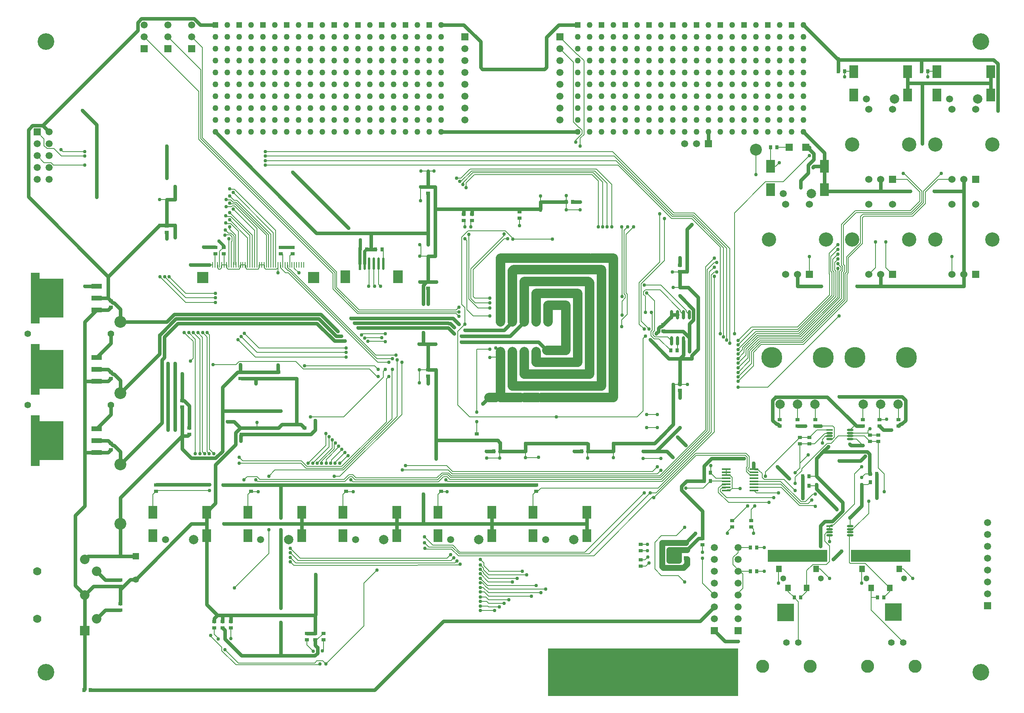
<source format=gtl>
%FSLAX25Y25*%
%MOIN*%
G70*
G01*
G75*
G04 Layer_Physical_Order=1*
G04 Layer_Color=255*
%ADD10R,0.00787X0.04724*%
%ADD11O,0.00787X0.04724*%
%ADD12O,0.01969X0.10630*%
%ADD13R,0.01969X0.10630*%
%ADD14R,0.07480X0.11024*%
%ADD15R,0.04724X0.05512*%
%ADD16R,0.03150X0.03543*%
%ADD17R,0.03543X0.03150*%
%ADD18O,0.07480X0.01575*%
%ADD19R,0.05709X0.01772*%
%ADD20O,0.05709X0.01772*%
%ADD21O,0.02400X0.08000*%
%ADD22R,0.08500X0.04200*%
%ADD23R,0.20000X0.32500*%
%ADD24R,0.07500X0.42500*%
%ADD25R,0.05906X0.05906*%
%ADD26C,0.03000*%
%ADD27C,0.00800*%
%ADD28C,0.05000*%
%ADD29C,0.00780*%
%ADD30C,0.08000*%
%ADD31C,0.02500*%
%ADD32R,0.09449X0.09449*%
%ADD33R,0.08268X0.11024*%
%ADD34R,1.60000X0.40000*%
%ADD35R,0.50000X0.10000*%
%ADD36R,0.14000X0.15000*%
%ADD37C,0.07874*%
%ADD38C,0.05906*%
%ADD39C,0.05118*%
%ADD40R,0.05906X0.05906*%
%ADD41R,0.05000X0.05000*%
%ADD42C,0.05000*%
%ADD43C,0.07000*%
%ADD44R,0.08000X0.08000*%
%ADD45C,0.08000*%
%ADD46C,0.14000*%
%ADD47C,0.05500*%
%ADD48C,0.11000*%
%ADD49C,0.10000*%
%ADD50C,0.17716*%
%ADD51C,0.06000*%
%ADD52C,0.12000*%
%ADD53R,0.06000X0.06000*%
%ADD54C,0.05512*%
%ADD55R,0.05315X0.05315*%
%ADD56C,0.05315*%
%ADD57C,0.03000*%
D10*
X1417622Y1088063D02*
D03*
X1435339D02*
D03*
X1455024D02*
D03*
X1474709D02*
D03*
X1494394D02*
D03*
D11*
X1419591D02*
D03*
X1421559D02*
D03*
X1423528D02*
D03*
X1425496D02*
D03*
X1427465D02*
D03*
X1429433D02*
D03*
X1431402D02*
D03*
X1433370D02*
D03*
X1437307D02*
D03*
X1439276D02*
D03*
X1441244D02*
D03*
X1443213D02*
D03*
X1445181D02*
D03*
X1447150D02*
D03*
X1449118D02*
D03*
X1451087D02*
D03*
X1453055D02*
D03*
X1456992D02*
D03*
X1458961D02*
D03*
X1460929D02*
D03*
X1462898D02*
D03*
X1464866D02*
D03*
X1466835D02*
D03*
X1468803D02*
D03*
X1470772D02*
D03*
X1472740D02*
D03*
X1476677D02*
D03*
X1478646D02*
D03*
X1480614D02*
D03*
X1482583D02*
D03*
X1484551D02*
D03*
X1486520D02*
D03*
X1488488D02*
D03*
X1490457D02*
D03*
X1492425D02*
D03*
D12*
X1561307Y1089063D02*
D03*
X1557370D02*
D03*
X1553433D02*
D03*
X1549496D02*
D03*
X1545559D02*
D03*
D13*
X1541622D02*
D03*
D14*
X1887362Y1151323D02*
D03*
Y1171008D02*
D03*
X1932638Y1151323D02*
D03*
Y1171008D02*
D03*
X1652638Y879842D02*
D03*
Y860157D02*
D03*
X1607362Y879842D02*
D03*
Y860157D02*
D03*
X1527362D02*
D03*
Y879842D02*
D03*
X1572638Y860157D02*
D03*
Y879842D02*
D03*
X1492638D02*
D03*
Y860157D02*
D03*
X1447362Y879842D02*
D03*
Y860157D02*
D03*
X1367362D02*
D03*
Y879842D02*
D03*
X1412638Y860157D02*
D03*
Y879842D02*
D03*
X1732638D02*
D03*
Y860157D02*
D03*
X1687362Y879842D02*
D03*
Y860157D02*
D03*
X1957362Y1231157D02*
D03*
Y1250842D02*
D03*
X2002638Y1231157D02*
D03*
Y1250842D02*
D03*
X2072638D02*
D03*
Y1231157D02*
D03*
X2027362Y1250842D02*
D03*
Y1231157D02*
D03*
D15*
X1995748Y831874D02*
D03*
X1987874Y816126D02*
D03*
X1972126D02*
D03*
X1964252Y831874D02*
D03*
X1894252D02*
D03*
X1902126Y816126D02*
D03*
X1917874D02*
D03*
X1925748Y831874D02*
D03*
D16*
X1912756Y808000D02*
D03*
X1907244D02*
D03*
X1977244D02*
D03*
X1982756D02*
D03*
X1919756Y902000D02*
D03*
X1914244D02*
D03*
X1815756Y841000D02*
D03*
X1810244D02*
D03*
X1309244Y730000D02*
D03*
X1314756D02*
D03*
X1803244Y1016000D02*
D03*
X1808756D02*
D03*
X1836756Y906000D02*
D03*
X1831244D02*
D03*
X1836756Y913000D02*
D03*
X1831244D02*
D03*
X1875756Y850000D02*
D03*
X1870244D02*
D03*
X1662244Y1055000D02*
D03*
X1667756D02*
D03*
X1662244Y1015000D02*
D03*
X1667756D02*
D03*
X1752756D02*
D03*
X1747244D02*
D03*
X1752756Y1054000D02*
D03*
X1747244D02*
D03*
X1692244Y1051000D02*
D03*
X1697756D02*
D03*
X1722756D02*
D03*
X1717244D02*
D03*
X1692244Y1040000D02*
D03*
X1697756D02*
D03*
X1722756Y1019000D02*
D03*
X1717244D02*
D03*
X1722756Y1030000D02*
D03*
X1717244D02*
D03*
X1944244Y1251000D02*
D03*
X1949756D02*
D03*
X2014244D02*
D03*
X2019756D02*
D03*
X1875756Y830000D02*
D03*
X1870244D02*
D03*
X1687756Y1040000D02*
D03*
X1682244D02*
D03*
X1720756Y1141000D02*
D03*
X1715244D02*
D03*
X1722756Y1040000D02*
D03*
X1717244D02*
D03*
X1727244D02*
D03*
X1732756D02*
D03*
X1654244Y931000D02*
D03*
X1659756D02*
D03*
X1728244D02*
D03*
X1733756D02*
D03*
X1971244Y905000D02*
D03*
X1976756D02*
D03*
X1914244Y910000D02*
D03*
X1919756D02*
D03*
X1976756Y912000D02*
D03*
X1971244D02*
D03*
X1560378Y1101063D02*
D03*
X1554866D02*
D03*
X1541866D02*
D03*
X1547378D02*
D03*
X1892756Y1187000D02*
D03*
X1887244D02*
D03*
D17*
X1910000Y952244D02*
D03*
Y957756D02*
D03*
X1978000Y944756D02*
D03*
Y939244D02*
D03*
X1912000Y937244D02*
D03*
Y942756D02*
D03*
X1778000Y852756D02*
D03*
Y847244D02*
D03*
X1803000Y853756D02*
D03*
Y848244D02*
D03*
X1778000Y834244D02*
D03*
Y839756D02*
D03*
X1979000Y952244D02*
D03*
Y957756D02*
D03*
X1895000Y952244D02*
D03*
Y957756D02*
D03*
X1925000Y952244D02*
D03*
Y957756D02*
D03*
X1797000Y1032244D02*
D03*
Y1037756D02*
D03*
X1599000Y1148244D02*
D03*
Y1153756D02*
D03*
X1420000Y1097244D02*
D03*
Y1102756D02*
D03*
X1427000Y1102756D02*
D03*
Y1097244D02*
D03*
X1485000Y1102756D02*
D03*
Y1097244D02*
D03*
X1475000Y1102756D02*
D03*
Y1097244D02*
D03*
X1419000Y787756D02*
D03*
Y782244D02*
D03*
X1426000D02*
D03*
Y787756D02*
D03*
X1433000D02*
D03*
Y782244D02*
D03*
X1497000Y777756D02*
D03*
Y772244D02*
D03*
X1504000Y772244D02*
D03*
Y777756D02*
D03*
X1511000D02*
D03*
Y772244D02*
D03*
X1830000Y852244D02*
D03*
Y857756D02*
D03*
X1971000Y939244D02*
D03*
Y944756D02*
D03*
X1679000Y1091756D02*
D03*
Y1086244D02*
D03*
X1599000Y994244D02*
D03*
Y999756D02*
D03*
X1735000Y1091756D02*
D03*
Y1086244D02*
D03*
Y978244D02*
D03*
Y983756D02*
D03*
X1680000Y978244D02*
D03*
Y983756D02*
D03*
X1708000Y1008244D02*
D03*
Y1013756D02*
D03*
X1715000Y1008244D02*
D03*
Y1013756D02*
D03*
Y1061756D02*
D03*
Y1056244D02*
D03*
X1700000Y1061756D02*
D03*
Y1056244D02*
D03*
X1690000Y1017244D02*
D03*
Y1022756D02*
D03*
X1700000Y1008244D02*
D03*
Y1013756D02*
D03*
X1332000Y992244D02*
D03*
Y997756D02*
D03*
X1965000Y952244D02*
D03*
Y957756D02*
D03*
X1995000D02*
D03*
Y952244D02*
D03*
X1332000Y1052244D02*
D03*
Y1057756D02*
D03*
X1340000Y802756D02*
D03*
Y797244D02*
D03*
X1340000Y817244D02*
D03*
Y822756D02*
D03*
X1332000Y932244D02*
D03*
Y937756D02*
D03*
X1708000Y1003756D02*
D03*
Y998244D02*
D03*
X1803000Y838756D02*
D03*
Y833244D02*
D03*
X1815000Y848244D02*
D03*
Y853756D02*
D03*
X1855000Y867244D02*
D03*
Y872756D02*
D03*
X1871000Y867244D02*
D03*
Y872756D02*
D03*
X1920000Y942756D02*
D03*
Y937244D02*
D03*
X1640000Y940244D02*
D03*
Y945756D02*
D03*
X1629000Y1130756D02*
D03*
Y1125244D02*
D03*
X1636000Y1130756D02*
D03*
Y1125244D02*
D03*
X1610000Y902756D02*
D03*
Y897244D02*
D03*
X1450000Y902756D02*
D03*
Y897244D02*
D03*
X1690000Y902756D02*
D03*
Y897244D02*
D03*
X1530000Y902756D02*
D03*
Y897244D02*
D03*
X1370000Y902756D02*
D03*
Y897244D02*
D03*
X1708000Y1066244D02*
D03*
Y1071756D02*
D03*
X1495000Y945244D02*
D03*
Y950756D02*
D03*
X1473000Y945244D02*
D03*
Y950756D02*
D03*
X1442000Y945244D02*
D03*
Y950756D02*
D03*
X1473000Y997756D02*
D03*
Y992244D02*
D03*
X1441000Y997756D02*
D03*
Y992244D02*
D03*
X1398000Y945244D02*
D03*
Y950756D02*
D03*
X1392000Y973756D02*
D03*
Y968244D02*
D03*
X1379000Y1120756D02*
D03*
Y1115244D02*
D03*
X1811000Y982244D02*
D03*
Y987756D02*
D03*
Y1087756D02*
D03*
Y1082244D02*
D03*
X1599000Y1068244D02*
D03*
Y1073756D02*
D03*
X1676000Y1127244D02*
D03*
Y1132756D02*
D03*
D18*
X1873425Y916000D02*
D03*
Y913441D02*
D03*
Y910882D02*
D03*
Y908323D02*
D03*
Y905764D02*
D03*
Y903205D02*
D03*
Y900646D02*
D03*
Y898087D02*
D03*
X1850000D02*
D03*
Y900646D02*
D03*
Y903205D02*
D03*
Y905764D02*
D03*
Y908323D02*
D03*
Y910882D02*
D03*
Y913441D02*
D03*
Y916000D02*
D03*
D19*
X1937000Y868000D02*
D03*
Y949000D02*
D03*
D20*
Y865441D02*
D03*
Y862882D02*
D03*
Y860323D02*
D03*
X1954323Y868000D02*
D03*
Y865441D02*
D03*
Y862882D02*
D03*
Y860323D02*
D03*
X1937000Y946441D02*
D03*
Y943882D02*
D03*
Y941323D02*
D03*
X1954323Y949000D02*
D03*
Y946441D02*
D03*
Y943882D02*
D03*
Y941323D02*
D03*
D21*
X1804000Y1024000D02*
D03*
X1809000D02*
D03*
X1814000D02*
D03*
X1819000Y1046000D02*
D03*
X1814000D02*
D03*
X1809000D02*
D03*
X1804000D02*
D03*
X1819000Y1024000D02*
D03*
D22*
X1320000Y1010000D02*
D03*
Y990000D02*
D03*
Y1000000D02*
D03*
Y950000D02*
D03*
Y930000D02*
D03*
Y940000D02*
D03*
Y1070000D02*
D03*
Y1050000D02*
D03*
Y1060000D02*
D03*
D23*
X1282000Y1000000D02*
D03*
Y940000D02*
D03*
Y1060000D02*
D03*
D24*
X1268500Y1000000D02*
D03*
Y940000D02*
D03*
Y1060000D02*
D03*
D25*
X1903110Y1187000D02*
D03*
X1916890D02*
D03*
X1835000Y1190000D02*
D03*
D26*
X1932220Y930780D02*
X1968566D01*
X1932123Y930877D02*
X1932220Y930780D01*
X1931877Y930877D02*
X1932123D01*
X1970780Y912000D02*
X1971244D01*
X1970780D02*
Y928566D01*
X1963000Y923000D02*
X1967000Y927000D01*
X1968566Y930780D02*
X1970780Y928566D01*
X1945000Y923000D02*
X1963000D01*
X1893000Y918000D02*
X1903000Y908000D01*
X1931877Y930877D02*
X1936000Y935000D01*
X1926000Y925000D02*
X1931877Y930877D01*
X1954000Y937000D02*
X1955000Y936000D01*
X1965000D01*
X1817000Y848000D02*
X1826756Y857756D01*
X1830000D01*
X1828000Y788000D02*
X1840000Y800000D01*
X1612000Y788000D02*
X1828000D01*
X1840000Y780000D02*
X1849000Y771000D01*
X1860000D01*
X1929457Y851000D02*
Y868457D01*
X1933000Y872000D01*
X1939441D01*
X1948000Y880559D01*
Y888000D01*
X1926000Y910000D02*
X1948000Y888000D01*
X1926000Y910000D02*
Y925000D01*
X1816000Y854000D02*
X1824000Y862000D01*
X1830000Y857756D02*
Y880654D01*
X1812220Y898434D02*
X1830000Y880654D01*
X1812220Y901566D02*
X1816654Y906000D01*
X1831244D01*
X1812220Y898434D02*
Y901566D01*
X1873000Y917000D02*
Y921000D01*
X1982244Y949000D02*
X1989000D01*
X1979000Y952244D02*
X1982244Y949000D01*
X1910000Y952244D02*
X1916756D01*
X1926000Y899346D02*
Y903000D01*
Y899346D02*
X1943000Y882346D01*
Y882000D02*
Y882346D01*
X1964000Y885000D02*
Y903000D01*
X1954000Y875000D02*
X1964000Y885000D01*
X1800000Y931000D02*
X1805000Y926000D01*
X1791000Y931000D02*
X1800000D01*
X1809000Y943000D02*
X1816000Y936000D01*
X1791000Y931000D02*
X1811000Y951000D01*
X1780000Y931000D02*
X1791000D01*
X1914244Y891244D02*
Y902000D01*
X1831244Y918590D02*
X1837654Y925000D01*
X1831244Y913000D02*
Y918590D01*
X1837654Y925000D02*
X1865000D01*
X1976756Y891756D02*
Y905000D01*
Y912000D01*
X1914244Y902000D02*
Y910000D01*
X1940000Y840000D02*
X1947000Y847000D01*
X1945000Y977000D02*
X1998000D01*
X2000981Y974019D01*
Y957166D02*
Y974019D01*
X1997716Y953901D02*
X2000981Y957166D01*
X1996657Y953901D02*
X1997716D01*
X1995000Y952244D02*
X1996657Y953901D01*
X1935153Y976847D02*
X1959756Y952244D01*
X1891847Y976847D02*
X1935153D01*
X1889019Y974019D02*
X1891847Y976847D01*
X1889019Y957166D02*
Y974019D01*
Y957166D02*
X1892284Y953901D01*
X1893343D01*
X1895000Y952244D01*
X1925000D02*
X1929756D01*
X1959756Y952244D02*
X1965000D01*
X1831244Y906000D02*
Y913000D01*
X1554000Y730000D02*
X1612000Y788000D01*
X1314756Y730000D02*
X1554000D01*
X1310000Y730756D02*
Y780000D01*
X1412638Y802017D02*
X1421654Y793000D01*
X1698000Y1017000D02*
X1699000Y1016000D01*
X1692000Y1023000D02*
X1698000Y1017000D01*
X1666000Y1023000D02*
X1681000D01*
X1627000D02*
X1666000D01*
X1681000D02*
X1685000D01*
X1692000D01*
X1630000Y1033000D02*
X1663000D01*
X1670000Y1040000D01*
X1302000Y877000D02*
X1310000Y885000D01*
X1302000Y818000D02*
Y877000D01*
Y818000D02*
X1310000Y810000D01*
X1600000Y902756D02*
X1610000D01*
X1530000D02*
X1600000D01*
X1605756Y924756D02*
Y940244D01*
X1595000Y1043000D02*
X1620000D01*
X1625000Y1038000D01*
X1450000Y902756D02*
X1475000D01*
Y758936D02*
X1503849D01*
X1441974D02*
X1475000D01*
Y787000D01*
Y799000D02*
Y865000D01*
Y875000D02*
Y902756D01*
X1426000Y782244D02*
X1428000Y780244D01*
Y773256D02*
Y780244D01*
X1504000Y767686D02*
X1506064Y765622D01*
X1504000Y767686D02*
Y772244D01*
X1497000Y777756D02*
X1504000D01*
X1428000Y772910D02*
X1441974Y758936D01*
X1506064Y761151D02*
Y765622D01*
X1428000Y772910D02*
Y773256D01*
X1503849Y758936D02*
X1506064Y761151D01*
X1433000Y793000D02*
X1504000D01*
X1426000D02*
X1433000D01*
Y787756D02*
Y793000D01*
X1419000Y790346D02*
X1421654Y793000D01*
X1419000Y787756D02*
Y790346D01*
X1463000Y965000D02*
X1475000D01*
X1454000Y988000D02*
Y992315D01*
X1488315Y988315D02*
Y992315D01*
X1441000Y997756D02*
X1473000D01*
X1472567Y998189D02*
Y1003567D01*
X1441000Y997756D02*
Y1003859D01*
X1441070Y1003930D01*
X1426000Y985165D02*
X1438590Y997756D01*
X1441000D01*
X1392000Y944000D02*
Y968244D01*
X1811000Y1069000D02*
X1818000D01*
X1826260Y1060740D01*
Y1016914D02*
Y1060740D01*
X1821189Y1011843D02*
X1826260Y1016914D01*
X1821189Y1009189D02*
Y1011843D01*
X1811000Y1062000D02*
X1822480Y1050520D01*
Y1041759D02*
Y1050520D01*
X1819000Y1038278D02*
X1822480Y1041759D01*
X1819000Y1026721D02*
Y1038278D01*
X1817189Y1009189D02*
X1821189D01*
X1811000Y987535D02*
Y987756D01*
X1805535Y953646D02*
Y987535D01*
X1733536Y931000D02*
X1733756D01*
X1733536Y937464D02*
X1733756Y937244D01*
X1733189Y937811D02*
X1733536Y937464D01*
X1659536Y931000D02*
X1659756D01*
X1659536Y938464D02*
X1659756Y938244D01*
X1657756Y940244D02*
X1659536Y938464D01*
X1755189Y937811D02*
X1789701D01*
X1755189Y931000D02*
Y937811D01*
X1733756Y931000D02*
X1755189D01*
X1733756D02*
Y937244D01*
X1681189Y937811D02*
X1733189D01*
X1681189Y931000D02*
Y937811D01*
X1659756Y931000D02*
X1681189D01*
X1659756D02*
Y938244D01*
X1640000Y940244D02*
X1657756D01*
X1605756D02*
X1640000D01*
X1605756D02*
Y999756D01*
X1599000D02*
X1605756D01*
X1636000Y1135000D02*
X1693811D01*
X1605000D02*
X1636000D01*
Y1130756D02*
Y1135000D01*
X1629000Y1130756D02*
Y1133600D01*
X1715244Y1141000D02*
X1715464D01*
X1693811D02*
X1715244D01*
X1693811Y1135000D02*
Y1141000D01*
X1605000Y1095465D02*
Y1135000D01*
X1599000Y1095465D02*
X1605000D01*
X1504252Y793252D02*
Y827252D01*
X1504000Y777756D02*
Y793000D01*
X1426000Y787756D02*
Y793000D01*
X1421654D02*
X1426000D01*
X1412638Y802017D02*
Y860157D01*
X1407400Y1290000D02*
X1420000D01*
X1402168Y1295233D02*
X1407400Y1290000D01*
X1357833Y1295233D02*
X1402168D01*
X1354767Y1292167D02*
X1357833Y1295233D01*
X1354767Y1285233D02*
Y1292167D01*
X1274767Y1205233D02*
X1354767Y1285233D01*
X1308000Y1218000D02*
X1320000Y1206000D01*
Y1145000D02*
Y1206000D01*
X1610000Y1200000D02*
X1725000D01*
X1709000Y1290000D02*
X1725000D01*
X1698780Y1279780D02*
X1709000Y1290000D01*
X1698780Y1254348D02*
Y1279780D01*
X1697152Y1252720D02*
X1698780Y1254348D01*
X1644848Y1252720D02*
X1697152D01*
X1643220Y1254348D02*
X1644848Y1252720D01*
X1643220Y1254348D02*
Y1275910D01*
X1629130Y1290000D02*
X1643220Y1275910D01*
X1610000Y1290000D02*
X1629130D01*
X1932638Y1151323D02*
Y1171008D01*
Y1150000D02*
Y1151323D01*
X1610000Y902756D02*
X1690000D01*
X1617566Y1038780D02*
X1621000Y1035346D01*
X1616220Y1038780D02*
X1617566D01*
X1616000Y1039000D02*
X1616220Y1038780D01*
X1595000Y1021464D02*
X1599000D01*
X1591536D02*
X1595000D01*
X1599000D02*
X1605536D01*
X1595000D02*
Y1031000D01*
X1599000Y1073811D02*
X1606000D01*
X1597897D02*
X1599000D01*
X1597841Y1073756D02*
X1597897Y1073811D01*
X1594948Y1070863D02*
X1597841Y1073756D01*
X1592055D02*
X1597841D01*
X1594948Y1055052D02*
Y1070863D01*
Y1055052D02*
X1595000Y1055000D01*
X1379000Y1121433D02*
Y1143087D01*
X1379678Y1121433D02*
X1386000D01*
Y1111000D02*
Y1121433D01*
X1410000Y1103000D02*
X1419756D01*
X1386000Y949000D02*
Y1005000D01*
X1375000Y955000D02*
Y1008000D01*
X1399000Y1088000D02*
X1415000D01*
X1380000Y949000D02*
Y1005000D01*
X1340000Y980000D02*
X1373000Y1013000D01*
X1835000Y1190000D02*
Y1200000D01*
X1492638Y870000D02*
X1572638D01*
X1370244Y903000D02*
X1415000D01*
X1910000Y1070000D02*
X1930000D01*
X2015000Y1241000D02*
X2072638D01*
X2002638D02*
X2015000D01*
X2025000Y1150000D02*
X2050000D01*
X1980000D02*
X2005000D01*
X2075201Y1260756D02*
X2078658Y1257299D01*
X2014244Y1260756D02*
X2075201D01*
X2072638Y1241000D02*
Y1250843D01*
Y1231157D02*
Y1241000D01*
X2002638D02*
Y1250843D01*
Y1231157D02*
Y1241000D01*
X1944244Y1251000D02*
Y1261756D01*
X1945000Y1260756D02*
X2014244D01*
Y1251000D02*
Y1260756D01*
X1915000Y1290000D02*
X1944244Y1260756D01*
X1797075Y1032169D02*
X1813552D01*
X1797000Y1032244D02*
X1797075Y1032169D01*
X1797000Y1037756D02*
X1804000Y1044756D01*
X1923843Y1171008D02*
X1932638D01*
X1923000Y1170165D02*
X1923843Y1171008D01*
X1274767Y1205233D02*
X1280000Y1200000D01*
X1262560Y1201690D02*
X1266103Y1205233D01*
X1262560Y1170000D02*
Y1201690D01*
X1266103Y1205233D02*
X1274767D01*
X1340000Y920000D02*
Y930815D01*
X1334716Y936099D02*
X1340000Y930815D01*
Y1040000D02*
Y1050815D01*
X1334716Y1056099D02*
X1340000Y1050815D01*
X1333657Y1056099D02*
X1334716D01*
X1332000Y1057756D02*
X1333657Y1056099D01*
X1329756Y1060000D02*
X1332000Y1057756D01*
X1320000Y1060000D02*
X1329756D01*
X1329756Y1050000D02*
X1332000Y1052244D01*
X1320000Y1050000D02*
X1329756D01*
X1329756Y1000000D02*
X1332000Y997756D01*
X1320000Y1000000D02*
X1329756D01*
X1329756Y990000D02*
X1332000Y992244D01*
X1320000Y990000D02*
X1329756D01*
Y940000D02*
X1332000Y937756D01*
X1320000Y940000D02*
X1329756D01*
X1311000Y930000D02*
X1320000D01*
X1310000Y990000D02*
Y1040000D01*
Y990000D02*
X1320000D01*
X1327244Y797244D02*
X1340000D01*
X1320000Y790000D02*
X1327244Y797244D01*
X1312756Y842756D02*
X1340000D01*
X1310000Y840000D02*
X1312756Y842756D01*
X1310000Y780000D02*
Y810000D01*
X1317244Y817244D02*
X1340000D01*
X1310000Y810000D02*
X1317244Y817244D01*
X1310000Y1040000D02*
X1320000Y1050000D01*
X1732638Y870000D02*
Y879843D01*
Y860157D02*
Y870000D01*
X1652638D02*
X1732638D01*
X1652638D02*
Y879843D01*
Y860157D02*
Y870000D01*
X1572638D02*
Y879843D01*
Y860157D02*
Y870000D01*
X1492638D02*
Y879843D01*
Y860157D02*
Y870000D01*
X1412638D02*
Y879843D01*
Y860157D02*
Y870000D01*
X1427000D02*
X1492638D01*
X1426244Y902756D02*
X1450000D01*
X1340000Y814849D02*
Y817244D01*
Y802756D02*
Y814849D01*
X1340000Y817244D02*
X1340000Y817244D01*
X1320000Y830000D02*
X1327244Y822756D01*
X1340000D01*
X1595000Y870000D02*
Y895000D01*
X1599000Y1055000D02*
Y1061000D01*
X1572638Y870000D02*
X1595000D01*
X1652638D01*
X1813552Y1032169D02*
X1819000Y1026721D01*
Y1015000D02*
Y1024000D01*
Y1026721D01*
X1910000Y1070000D02*
Y1080000D01*
X1960000Y1070000D02*
X1980000D01*
X2050000D01*
Y1080000D01*
Y1150000D01*
Y1160000D01*
X1980000Y1150000D02*
Y1160000D01*
X1932638Y1150000D02*
X1980000D01*
X2015000Y1190000D02*
Y1241000D01*
X2078658Y1217658D02*
Y1257299D01*
X1980000Y1070000D02*
Y1080000D01*
X1332000Y997756D02*
X1333657Y996099D01*
X1340000Y980000D02*
Y990815D01*
X1334716Y996099D02*
X1340000Y990815D01*
X1333657Y996099D02*
X1334716D01*
X1332000Y937756D02*
X1333657Y936099D01*
X1334716D01*
X1320000Y930000D02*
X1329756D01*
X1332000Y932244D01*
X1310000Y885000D02*
Y990000D01*
X1340000Y920000D02*
X1375000Y955000D01*
X1599000Y1105000D02*
Y1114870D01*
X1420000Y1200000D02*
X1505130Y1114870D01*
X1379000Y1161000D02*
Y1188000D01*
X1551000Y1101185D02*
Y1114870D01*
X1599000D01*
X1547378Y1101063D02*
X1554866D01*
X1310000Y1070000D02*
X1320000D01*
X1379000Y1110000D02*
Y1115244D01*
X1599000Y1073811D02*
Y1095465D01*
Y999811D02*
Y1021464D01*
X1811000Y1069000D02*
Y1082189D01*
X1599000Y1061000D02*
Y1068244D01*
Y988000D02*
Y994244D01*
X1648000Y931000D02*
X1654244D01*
X1722000D02*
X1728244D01*
X1811000Y976000D02*
Y982244D01*
Y1087756D02*
Y1094000D01*
X1720756Y1141000D02*
X1727000D01*
X1329756Y1060000D02*
Y1078189D01*
X1373000Y1121433D01*
X1378322D01*
X1262560Y1145385D02*
Y1170000D01*
Y1145385D02*
X1329756Y1078189D01*
X1340000Y842756D02*
Y870000D01*
X1814000Y1012189D02*
Y1024000D01*
X1811000Y1009189D02*
X1814000Y1012189D01*
X1811000Y987756D02*
Y1009189D01*
X1795343Y1036099D02*
X1797000Y1037756D01*
X1794284Y1036099D02*
X1795343D01*
X1792948Y1034763D02*
X1794284Y1036099D01*
X1792948Y1032190D02*
Y1034763D01*
X1791000Y1030242D02*
X1792948Y1032190D01*
X1791000Y1030000D02*
Y1030242D01*
X1786000Y1025000D02*
X1801811Y1009189D01*
X1811000D02*
X1817189D01*
X1801811D02*
X1804811D01*
X1811000D01*
X1804000Y1046000D02*
X1809000D01*
X1645000Y971000D02*
X1650366Y976366D01*
X1627000Y1028000D02*
X1668000D01*
X1680000Y1040000D01*
X1320000Y1010000D02*
X1332000Y1022000D01*
Y1030000D01*
X1320000Y950000D02*
X1332000Y962000D01*
Y970000D01*
X1340000Y814849D02*
X1348308Y823158D01*
X1353000D01*
X1340000Y842756D02*
X1352913D01*
X1353000Y823158D02*
X1399842Y870000D01*
X1412638D01*
X1599000Y1114870D02*
Y1136000D01*
Y1153756D02*
Y1153811D01*
Y1167000D01*
Y1136000D02*
Y1148244D01*
X1605000Y1135000D02*
Y1153622D01*
X1604811Y1153811D02*
X1605000Y1153622D01*
X1592811Y1153811D02*
X1599000D01*
X1604811D01*
X1789701Y937811D02*
X1794890Y943000D01*
X1805535Y953646D01*
X1932638Y1171008D02*
Y1182362D01*
X1915000Y1200000D02*
X1932638Y1182362D01*
X1916890Y1187000D02*
X1920000D01*
Y1185346D02*
X1923780Y1181566D01*
Y1176780D02*
Y1181566D01*
X1919000Y1172000D02*
X1923780Y1176780D01*
X1919000Y1165409D02*
Y1172000D01*
X1912756Y1159165D02*
X1919000Y1165409D01*
X1912756Y1153000D02*
Y1159165D01*
X1920000Y1185346D02*
Y1187000D01*
X1616000Y1035000D02*
X1621000Y1030000D01*
X1373000Y1029000D02*
X1373309D01*
X1520309Y1024000D02*
X1529000D01*
X1521654Y1028000D02*
X1526000D01*
X1373000Y1013000D02*
Y1029000D01*
X1375000Y1008000D02*
X1377000Y1010000D01*
Y1027346D01*
X1379000Y1143087D02*
X1386000D01*
Y1154000D01*
X1505130Y1114870D02*
X1551000D01*
X1485000Y1166000D02*
X1532000Y1119000D01*
X1340000Y1040000D02*
X1378963D01*
X1392000Y973756D02*
X1393764D01*
X1398000Y969520D01*
X1392000Y973756D02*
Y996441D01*
X1475000Y902756D02*
X1530000D01*
X1505529Y1038780D02*
X1520309Y1024000D01*
X1377000Y1027346D02*
X1388434Y1038780D01*
X1507094Y1042560D02*
X1521654Y1028000D01*
X1373309Y1029000D02*
X1386869Y1042560D01*
X1508660Y1046340D02*
X1523000Y1032000D01*
X1378963Y1040000D02*
X1385303Y1046340D01*
X1508660D01*
X1386869Y1042560D02*
X1507094D01*
X1388434Y1038780D02*
X1505529D01*
X1534000Y1043000D02*
X1595000D01*
X1537000Y1039000D02*
X1616000D01*
X1540000Y1035000D02*
X1616000D01*
X1340000Y870000D02*
Y892000D01*
X1392000Y944000D01*
X1396756D01*
X1398000Y945244D01*
X1392000Y933000D02*
Y944000D01*
X1398000Y950756D02*
Y956000D01*
Y969520D01*
X1495000Y945244D02*
X1500244D01*
X1504000Y949000D02*
Y957008D01*
X1500244Y945244D02*
X1502000Y947000D01*
X1504000Y949000D01*
X1492071Y953685D02*
X1495000Y950756D01*
X1473000D02*
X1475929Y953685D01*
X1473000Y945244D02*
X1495000D01*
X1442000D02*
X1473000D01*
X1426000Y965000D02*
X1463000D01*
X1426000D02*
Y985165D01*
X1442000Y950756D02*
X1455000D01*
X1473000D01*
X1442000Y992315D02*
X1454000D01*
X1488315D01*
Y954072D02*
Y988315D01*
X1475929Y953685D02*
X1492071D01*
X1412638Y879843D02*
X1420000Y887205D01*
X1441457Y939543D02*
Y944701D01*
X1442000D01*
X1420000Y887205D02*
Y919686D01*
X1392000Y933000D02*
X1399780Y925220D01*
X1420189D01*
X1426000Y931031D02*
Y965000D01*
X1420000Y919686D02*
X1437000Y936686D01*
Y946815D01*
X1440941Y950756D01*
X1420189Y925220D02*
X1426000Y931031D01*
X1430000Y956000D02*
X1435697D01*
X1440941Y950756D01*
X1811000Y1082244D02*
X1817134D01*
Y1118134D01*
X1821000Y1122000D01*
D27*
X1913580Y916370D02*
X1934890Y937680D01*
X1913580Y914790D02*
Y916370D01*
X1938148Y869148D02*
X1940379D01*
X1937000Y868000D02*
X1938148Y869148D01*
X1940379D02*
X1958000Y886769D01*
Y912000D01*
X1912000Y921000D02*
Y937244D01*
Y921000D02*
X1919000Y928000D01*
X1912000Y917000D02*
Y921000D01*
X1908000Y904000D02*
Y909210D01*
X1913580Y914790D01*
X1908000Y913000D02*
X1912000Y917000D01*
Y937244D02*
X1920000D01*
X1941034Y943026D02*
Y950966D01*
X1939824Y941816D02*
X1941034Y943026D01*
X1938247Y937680D02*
X1944449Y943882D01*
X1954323D01*
X1934890Y937680D02*
X1938247D01*
X1937493Y941816D02*
X1939824D01*
X1933882Y943882D02*
X1937000D01*
X1931000Y941000D02*
X1933882Y943882D01*
X1932966Y945948D02*
X1936507D01*
X1924262Y937244D02*
X1932966Y945948D01*
X1920000Y937244D02*
X1924262D01*
X1931000Y938000D02*
Y941000D01*
X1936507Y945948D02*
X1937000Y946441D01*
X1778000Y839756D02*
X1781756D01*
X1784000Y842000D01*
X1782244Y834244D02*
X1785000Y837000D01*
X1778000Y834244D02*
X1782244D01*
X1778000Y847244D02*
X1783756D01*
X1778000Y852756D02*
X1783756D01*
X1830000Y846000D02*
Y852244D01*
X1816000Y900000D02*
X1830756D01*
X1836756Y906000D01*
X1959677Y941323D02*
X1965000Y936000D01*
X1954323Y941323D02*
X1959677D01*
X1898680Y907320D02*
X1908000Y898000D01*
X1881890Y907320D02*
X1898680D01*
X1873449Y905740D02*
X1895729D01*
X1873425Y903205D02*
X1896030D01*
X1912250Y886984D01*
X1895729Y905740D02*
X1912905Y888564D01*
X1873425Y905764D02*
X1873449Y905740D01*
X1880320Y908890D02*
Y912281D01*
X1877193Y915408D02*
X1880320Y912281D01*
Y908890D02*
X1881890Y907320D01*
X1874017Y915408D02*
X1877193D01*
X1873425Y916000D02*
X1874017Y915408D01*
X1873425Y900646D02*
X1896354D01*
X1911596Y885404D01*
X1873000Y921000D02*
X1873425Y920575D01*
X1875756Y850000D02*
X1882000D01*
X1875756Y830000D02*
X1882000D01*
X1912905Y888564D02*
X1916758D01*
X1912250Y886984D02*
X1918984D01*
X1911596Y885404D02*
X1924404D01*
X1925000Y884808D01*
X1918984Y886984D02*
X1922000Y890000D01*
X1966362Y943882D02*
X1971000Y939244D01*
X1954323Y943882D02*
X1966362D01*
X1971000Y939244D02*
X1978000D01*
X1969315Y946441D02*
Y948315D01*
X1971000Y950000D01*
X1871000Y882000D02*
X1874000Y885000D01*
X1871000Y872756D02*
Y882000D01*
X1883000Y913756D02*
X1912000Y942756D01*
X1883000Y910000D02*
Y913756D01*
X1855756Y872756D02*
X1868000Y885000D01*
X1855000Y872756D02*
X1855756D01*
X1852000Y888000D02*
X1886000D01*
X1843500Y896500D02*
X1852000Y888000D01*
X1845080Y897272D02*
X1850352Y892000D01*
X1890000D01*
X1843500Y896500D02*
Y899881D01*
X1846232Y902613D01*
Y900054D02*
X1849408D01*
X1845080Y898902D02*
X1846232Y900054D01*
X1845080Y897272D02*
Y898902D01*
X1846232Y902613D02*
X1849408D01*
X1850000Y903205D01*
X1850592Y898678D02*
X1853768D01*
X1850000Y898087D02*
X1850592Y898678D01*
X1849408Y900054D02*
X1850000Y900646D01*
X1875512Y896000D02*
X1894000D01*
X1873425Y898087D02*
X1875512Y896000D01*
X1916758Y888564D02*
X1923194Y895000D01*
X1925000D01*
X1873425Y916000D02*
Y920575D01*
X1837000Y913244D02*
Y919000D01*
X1983000Y897000D02*
Y912000D01*
X1978000Y917000D02*
X1983000Y912000D01*
X1964000Y909000D02*
X1967000Y912000D01*
X1971244D01*
X1969244Y903000D02*
X1971244Y905000D01*
X1964000Y903000D02*
X1969244D01*
X1958000Y912000D02*
X1964000Y918000D01*
X1919756Y910000D02*
X1926000D01*
X1919756Y902000D02*
X1925000D01*
X1926000Y903000D01*
X1978000Y917000D02*
Y939244D01*
X1979000Y957756D02*
X1984756D01*
X1985000Y958000D01*
X1937000Y865441D02*
Y868000D01*
X1970000Y878787D02*
Y889000D01*
X1957147Y865934D02*
X1970000Y878787D01*
X1954816Y865934D02*
X1957147D01*
X1954323Y865441D02*
X1954816Y865934D01*
X1954323Y862882D02*
Y865441D01*
X1932966Y855244D02*
Y861178D01*
Y855244D02*
X1937000Y851210D01*
Y838331D02*
Y851210D01*
X1934176Y862389D02*
X1936507D01*
X1932966Y861178D02*
X1934176Y862389D01*
X1934479Y835810D02*
X1937000Y838331D01*
X1922897Y835810D02*
X1934479D01*
X1917874Y830787D02*
X1922897Y835810D01*
X1917874Y816126D02*
Y830787D01*
X1929126Y831874D02*
X1937000Y824000D01*
X1925748Y831874D02*
X1929126D01*
X1967180Y836820D02*
X1987874Y816126D01*
X1954511Y836820D02*
X1967180D01*
X1953820Y837511D02*
X1954511Y836820D01*
X1953820Y837511D02*
Y859820D01*
X1954323Y860323D01*
X1937000Y855000D02*
Y860323D01*
X1954323Y868000D02*
Y874677D01*
X1954000Y875000D02*
X1954323Y874677D01*
X1972126Y808000D02*
Y816126D01*
Y797214D02*
Y808000D01*
X1977244D01*
X1999000Y770000D02*
Y770340D01*
X1972126Y797214D02*
X1999000Y770340D01*
X1910787Y770000D02*
Y804457D01*
X1907244Y808000D02*
X1910787Y804457D01*
X1902126Y813118D02*
X1907244Y808000D01*
X1902126Y813118D02*
Y816126D01*
X1934176Y943389D02*
X1936507D01*
X1937000Y943882D01*
Y941323D02*
X1937493Y941816D01*
X1939756Y952244D02*
X1941034Y950966D01*
X1926244Y949000D02*
X1937000D01*
X1920000Y942756D02*
X1926244Y949000D01*
X1929756Y952244D02*
X1939756D01*
X1971000Y944756D02*
X1978000D01*
X1969315Y946441D02*
X1971000Y944756D01*
X1954323Y946441D02*
X1969315D01*
X1912000Y942756D02*
X1920000D01*
X1995000Y957756D02*
Y970394D01*
X1895000Y957756D02*
Y970394D01*
X1957567Y952244D02*
X1959756D01*
X1954323Y949000D02*
X1957567Y952244D01*
X1979000Y957756D02*
Y969630D01*
X1965000Y957756D02*
Y970394D01*
X1925000Y957756D02*
Y970394D01*
X1910000Y957756D02*
Y970630D01*
X1854920Y899831D02*
X1861831D01*
X1850000Y910882D02*
Y913441D01*
Y916000D01*
Y910882D02*
X1853176D01*
X1854920Y909138D01*
Y899831D02*
Y909138D01*
X1853768Y898678D02*
X1854920Y899831D01*
X1841433Y908323D02*
X1850000D01*
X1836756Y913000D02*
X1841433Y908323D01*
X1836756Y906000D02*
X1849764D01*
X1851000Y863244D02*
X1855000Y867244D01*
X1851000Y862000D02*
Y863244D01*
X1871000Y867244D02*
X1873000Y865244D01*
Y862000D02*
Y865244D01*
X1830000Y820000D02*
X1840000Y810000D01*
X1830000Y820000D02*
Y841000D01*
X1861735Y830000D02*
X1870244D01*
X1861735D02*
X1864133Y827602D01*
X1855867Y835867D02*
X1861735Y830000D01*
X1860000Y811734D02*
X1864133Y815867D01*
Y827602D01*
X1855867Y835867D02*
Y841712D01*
X1860000Y845845D01*
Y850000D01*
X1860000Y850000D02*
X1870244D01*
X1964000Y820000D02*
Y831622D01*
X1964252Y831874D01*
X1987874Y813118D02*
Y816126D01*
X1982756Y808000D02*
X1987874Y813118D01*
X1917874Y813118D02*
Y816126D01*
X1912756Y808000D02*
X1917874Y813118D01*
X1995748Y831874D02*
X1999126D01*
X2007000Y824000D01*
X1894000Y820000D02*
Y831622D01*
X1651000Y1010000D02*
X1651323Y1010323D01*
X1658677D01*
X1656000Y1018000D02*
X1657000D01*
X1811000Y987535D02*
X1817465D01*
X1805535D02*
X1811000D01*
X1733536Y925536D02*
Y931000D01*
X1591811Y999811D02*
X1599000D01*
X1659536Y925536D02*
Y931000D01*
X1693811Y1134189D02*
Y1135000D01*
X1505488Y772244D02*
X1511000Y777756D01*
X1504000Y772244D02*
X1505488D01*
X1486520Y1085000D02*
Y1088063D01*
Y1085000D02*
X1490260Y1081260D01*
X1472740D02*
Y1088063D01*
X1379000Y1121433D02*
X1379678D01*
X1378322D02*
X1379000D01*
X1458961Y1088063D02*
X1460929D01*
X1456992D02*
X1458961D01*
X1443213D02*
X1445181D01*
X1441244D02*
X1443213D01*
X1471424Y1084520D02*
X1472345Y1085442D01*
X1462246Y1084520D02*
X1471424D01*
X1461324Y1085442D02*
X1462246Y1084520D01*
X1461324Y1085442D02*
Y1087668D01*
X1460929Y1088063D02*
X1461324Y1087668D01*
X1456597D02*
X1456992Y1088063D01*
X1456597Y1085212D02*
Y1087668D01*
X1455906Y1084520D02*
X1456597Y1085212D01*
X1446498Y1084520D02*
X1455906D01*
X1445576Y1085442D02*
X1446498Y1084520D01*
X1445576Y1085442D02*
Y1087668D01*
X1445181Y1088063D02*
X1445576Y1087668D01*
X1440849D02*
X1441244Y1088063D01*
X1440849Y1085442D02*
Y1087668D01*
X1439927Y1084520D02*
X1440849Y1085442D01*
X1430750Y1084520D02*
X1439927D01*
X1429828Y1085442D02*
X1430750Y1084520D01*
X1429828Y1085442D02*
Y1087668D01*
X1429433Y1088063D02*
X1429828Y1087668D01*
X1421948Y1085449D02*
Y1087674D01*
X1421559Y1088063D02*
X1421948Y1087674D01*
X1425108Y1085449D02*
Y1087674D01*
X1424179Y1084520D02*
X1425108Y1085449D01*
X1421948D02*
X1422876Y1084520D01*
X1424179D01*
X1423528Y1099284D02*
X1427000Y1102756D01*
X1423528Y1088063D02*
Y1099284D01*
X1427465Y1088063D02*
X1429433D01*
X1425496D02*
X1427465D01*
X1427000Y1097244D02*
X1427465Y1096779D01*
Y1088063D02*
Y1096779D01*
X1415000Y1088000D02*
X1417560D01*
X1417622Y1088063D01*
X1373000Y1143087D02*
X1379000D01*
X1592000Y1095465D02*
X1599000D01*
X1681189Y925811D02*
Y931000D01*
X1755189Y925811D02*
Y931000D01*
X1805331Y1069000D02*
X1811000D01*
X1693811Y1141000D02*
Y1146189D01*
X1715464Y1141000D02*
Y1146536D01*
X1591811Y988811D02*
Y999811D01*
X1648536Y925536D02*
X1659536D01*
X1691811Y925811D02*
X1692000Y926000D01*
X1681189Y925811D02*
X1691811D01*
X1715464Y1134536D02*
X1726464D01*
X1715464D02*
Y1141000D01*
X1593000Y1096465D02*
Y1105000D01*
X1592000Y1095465D02*
X1593000Y1096465D01*
Y1167000D02*
X1599000D01*
X1604000D01*
X1592811Y1142189D02*
Y1153811D01*
X1742314Y1120000D02*
Y1158686D01*
X1737000Y1164000D02*
X1742314Y1158686D01*
X1746094Y1120000D02*
Y1157689D01*
X1738204Y1165580D02*
X1746094Y1157689D01*
X1749874Y1120000D02*
Y1156693D01*
X1739408Y1167160D02*
X1749874Y1156693D01*
X1753654Y1120000D02*
Y1155697D01*
X1638000Y1164000D02*
X1737000D01*
X1630928Y1156929D02*
X1638000Y1164000D01*
X1636796Y1165580D02*
X1738204D01*
X1628248Y1157032D02*
X1636796Y1165580D01*
X1635592Y1167160D02*
X1739408D01*
X1626857Y1158424D02*
X1635592Y1167160D01*
X1740612Y1168740D02*
X1753654Y1155697D01*
X1634388Y1168740D02*
X1740612D01*
X1626753Y1161104D02*
X1634388Y1168740D01*
X1628248Y1155752D02*
Y1157032D01*
X1630921Y1153079D02*
X1630928Y1153086D01*
Y1156929D01*
X1625576Y1158424D02*
X1626857D01*
X1622903Y1161097D02*
X1622910Y1161104D01*
X1626753D01*
X1783000Y951000D02*
X1792000D01*
X1892756Y1187000D02*
X1903110D01*
X1887244Y1171126D02*
Y1187000D01*
X1875000Y1164000D02*
Y1185000D01*
X1637000Y1061296D02*
Y1084000D01*
X1635000Y1059857D02*
Y1084828D01*
X1662956Y1112785D01*
Y1114044D01*
X1635000Y1059857D02*
X1638857Y1056000D01*
X1651000D01*
X1637000Y1061296D02*
X1638296Y1060000D01*
X1651000D01*
X1637000Y1084000D02*
X1663000Y1110000D01*
X1664259D01*
X1666000D01*
X1396456Y1028320D02*
X1396466D01*
X1401221Y1023565D01*
X1393786Y1030990D02*
Y1031000D01*
Y1030990D02*
X1396456Y1028320D01*
X1405283Y1031000D02*
X1409095Y1027188D01*
Y930822D02*
X1410906Y929010D01*
Y929000D02*
Y929010D01*
X1409095Y930822D02*
Y1027188D01*
X1401503Y1030990D02*
X1404173Y1028320D01*
X1401503Y1030990D02*
Y1031000D01*
X1407126Y929000D02*
Y1025377D01*
X1404183Y1028320D02*
X1407126Y1025377D01*
X1404173Y1028320D02*
X1404183D01*
X1409220Y1030990D02*
X1411890Y1028320D01*
X1409220Y1030990D02*
Y1031000D01*
X1413031Y930812D02*
Y1027188D01*
Y930812D02*
X1414843Y929000D01*
X1411900Y1028320D02*
X1413031Y1027188D01*
X1411890Y1028320D02*
X1411900D01*
X1413000Y1031000D02*
X1415000Y1029000D01*
Y932633D02*
X1418623Y929010D01*
Y929000D02*
Y929010D01*
X1415000Y932633D02*
Y1029000D01*
X1401221Y1009221D02*
Y1023565D01*
X1399000Y1007000D02*
X1401221Y1009221D01*
X1397566Y1031000D02*
X1403189Y1025377D01*
Y929000D02*
Y1025377D01*
X1442000Y945000D02*
Y945244D01*
X1455000Y950756D02*
Y955495D01*
X1557370Y1071630D02*
Y1089063D01*
Y1071630D02*
X1559000Y1070000D01*
X1596000Y859000D02*
X1603000Y852000D01*
X1620000D01*
X1625870Y846130D01*
X1731130D01*
X1781000Y896000D01*
Y897000D01*
X1885000Y985000D02*
X1945000Y1045000D01*
X1860000Y985000D02*
X1885000D01*
X1780000Y925000D02*
X1795000D01*
X1804811Y1082189D02*
X1811000D01*
D28*
X1817000Y836000D02*
Y840276D01*
X1810000Y839000D02*
Y848000D01*
X1806000Y839000D02*
X1810000D01*
Y848000D02*
X1817000D01*
X1802000Y839000D02*
Y848000D01*
X1809000Y854000D02*
X1816000D01*
X1814000Y833000D02*
X1817000Y836000D01*
X1809000Y833000D02*
X1814000D01*
X1806000Y843500D02*
Y848000D01*
Y839000D02*
Y843500D01*
Y848000D02*
X1810000D01*
X1802000D02*
X1806000D01*
X1802000Y839000D02*
X1806000D01*
X1796000Y834000D02*
Y852000D01*
Y854000D02*
X1809000D01*
X1796000Y852000D02*
Y854000D01*
X1797000Y833000D02*
X1809000D01*
X1796000Y834000D02*
X1797000Y833000D01*
D29*
X1807906Y859906D02*
X1815000Y867000D01*
X1795441Y859906D02*
X1807906D01*
X1790000Y854465D02*
X1795441Y859906D01*
X1790000Y831882D02*
Y854465D01*
Y831882D02*
X1795441Y826441D01*
X1809559D01*
X1815000Y821000D01*
X1866752Y929230D02*
X1869230Y926752D01*
X1824230Y929230D02*
X1866752D01*
X1866106Y927670D02*
X1867670Y926106D01*
X1824876Y927670D02*
X1866106D01*
X1866955Y917457D02*
X1867670Y918172D01*
Y926106D01*
X1869866Y911279D02*
X1873028D01*
X1866955Y914190D02*
X1869866Y911279D01*
X1866955Y914190D02*
Y917457D01*
X1868515Y915189D02*
X1870263Y913441D01*
X1868515Y915189D02*
Y916811D01*
X1873028Y911279D02*
X1873425Y910882D01*
X1868515Y916811D02*
X1869230Y917526D01*
X1789206Y892000D02*
X1824876Y927670D01*
X1869230Y917526D02*
Y926752D01*
X1791000Y896000D02*
X1824230Y929230D01*
X1789000Y892000D02*
X1789206D01*
X1786000Y896000D02*
X1791000D01*
X1792612Y900011D02*
X1840000Y947399D01*
X1694000Y900011D02*
X1792612D01*
X1796155Y905760D02*
X1837330Y946935D01*
X1615240Y905760D02*
X1796155D01*
X1795508Y907320D02*
X1835770Y947582D01*
X1617456Y907320D02*
X1795508D01*
X1794862Y908880D02*
X1834210Y948228D01*
X1618102Y908880D02*
X1794862D01*
X1794216Y910440D02*
X1832650Y948874D01*
X1618748Y910440D02*
X1794216D01*
X1832650Y948874D02*
Y1086489D01*
X1834210Y948228D02*
Y1084112D01*
X1835770Y947582D02*
Y1081892D01*
X1837330Y946935D02*
Y1079515D01*
X1840000Y947399D02*
Y1078409D01*
X1738568Y843000D02*
X1788784Y893216D01*
X1640000Y1017000D02*
X1651000D01*
X1640000Y964000D02*
Y1017000D01*
X1497000Y768000D02*
X1502284Y762716D01*
X1497000Y768000D02*
Y772244D01*
X1487554Y1006670D02*
X1493894Y1000330D01*
X1440035Y1006670D02*
X1487554D01*
X1564000Y992000D02*
X1566000Y994000D01*
X1556000D02*
X1557000Y995000D01*
X1549670Y1000330D02*
X1556000Y994000D01*
X1493894Y1000330D02*
X1549670D01*
X1561330Y998330D02*
X1563000Y1000000D01*
X1561330Y993330D02*
Y998330D01*
X1528000Y960000D02*
X1561330Y993330D01*
X1500000Y960000D02*
X1528000D01*
X1440000Y926000D02*
X1443000Y923000D01*
X1630000Y1038000D02*
Y1052000D01*
X1627330Y1054670D02*
X1630000Y1052000D01*
X1627330Y1054670D02*
Y1111429D01*
X1635000Y1120000D02*
Y1125110D01*
X1630000Y1120000D02*
Y1125000D01*
X1640000Y945756D02*
Y956000D01*
X1409120Y1194880D02*
X1522120Y1081880D01*
X1723338Y1191338D02*
Y1193148D01*
X1728670Y1198480D01*
Y1201520D01*
X1730230Y1197834D02*
Y1259960D01*
X1727000Y1194604D02*
X1730230Y1197834D01*
X1727000Y1188000D02*
Y1194604D01*
X1725190Y1265000D02*
X1730230Y1259960D01*
X1726520Y1203670D02*
X1728670Y1201520D01*
X1721330Y1208480D02*
Y1258670D01*
Y1208480D02*
X1726140Y1203670D01*
X1726520D01*
X1724810Y1265000D02*
X1725190D01*
X1792000Y912000D02*
X1795000Y915000D01*
X1619394Y912000D02*
X1792000D01*
X1614000Y907000D02*
X1615240Y905760D01*
X1615106Y909670D02*
X1617456Y907320D01*
X1615752Y911230D02*
X1618102Y908880D01*
X1616398Y912790D02*
X1618748Y910440D01*
X1615955Y915440D02*
X1619394Y912000D01*
X1614601Y919000D02*
X1619601Y914000D01*
X1577440Y915440D02*
X1615955D01*
X1610621Y912790D02*
X1616398D01*
X1611267Y911230D02*
X1615752D01*
X1607023Y906986D02*
X1611267Y911230D01*
X1611913Y909670D02*
X1615106D01*
X1607669Y905426D02*
X1611913Y909670D01*
X1606377Y908546D02*
X1610621Y912790D01*
X1538436Y908546D02*
X1606377D01*
X1535752Y911230D02*
X1538436Y908546D01*
X1532248Y911230D02*
X1535752D01*
X1580000Y919000D02*
X1614601D01*
X1860000Y989975D02*
X1873000Y1002975D01*
X1539708Y1046880D02*
X1622780D01*
X1540354Y1048440D02*
X1625000D01*
X1541000Y1050000D02*
X1622780D01*
X1522120Y1068880D02*
X1541000Y1050000D01*
X1622780D02*
X1625000Y1052220D01*
X1520560Y1068234D02*
X1540354Y1048440D01*
X1519000Y1067588D02*
X1539708Y1046880D01*
X1798000Y1091776D02*
Y1127000D01*
X1794000Y1090206D02*
Y1131000D01*
X1776770Y1038024D02*
X1780897Y1033897D01*
X1781894Y1048106D02*
Y1061554D01*
Y1066894D02*
X1794258D01*
X1780330Y1065330D02*
X1781894Y1066894D01*
X1780330Y1063118D02*
Y1065330D01*
Y1063118D02*
X1781894Y1061554D01*
X1783000Y1064224D02*
X1789670Y1057554D01*
X1670307Y1109693D02*
X1703693D01*
X1495000Y1003000D02*
X1554000D01*
X1557000Y1000000D01*
X1482583Y1095827D02*
X1484000Y1097244D01*
X1476677Y1088063D02*
Y1096921D01*
X1482583Y1088063D02*
Y1095827D01*
X1447150Y1088063D02*
Y1110850D01*
X1449118Y1088063D02*
Y1112658D01*
X1431402Y1088063D02*
Y1110000D01*
X1840000Y1089902D02*
X1841902D01*
X1840000Y1082185D02*
X1841815D01*
X1513000Y752000D02*
X1545000Y784000D01*
Y820000D01*
X1556000Y831000D01*
X1503662Y752869D02*
X1505464Y754670D01*
X1439509Y752869D02*
X1503662D01*
X1505464Y754670D02*
X1510330D01*
X1437294Y751309D02*
X1507000D01*
X1510330Y754670D02*
X1513000Y752000D01*
X1428189Y764189D02*
X1439509Y752869D01*
X1425519Y763083D02*
X1437294Y751309D01*
X1425519Y763083D02*
Y765988D01*
X1416000Y775507D02*
X1425519Y765988D01*
X1416000Y775507D02*
Y776000D01*
X1454000Y907000D02*
X1455230Y905770D01*
X1528348Y907330D02*
X1532248Y911230D01*
X1455106Y909670D02*
X1457446Y907330D01*
X1528994Y905770D02*
X1532894Y909670D01*
X1535106D01*
X1436000Y816000D02*
X1465000Y845000D01*
Y865000D01*
X1949756Y1246244D02*
Y1251000D01*
X2019756Y1246244D02*
Y1251000D01*
X1691233Y897244D02*
X1694000Y900011D01*
X1370756Y898000D02*
X1415000D01*
X1520560Y1068234D02*
Y1081234D01*
X1537790Y906986D02*
X1607023D01*
X1535106Y909670D02*
X1537790Y906986D01*
X1419000Y777000D02*
Y782244D01*
X1419591Y1088063D02*
Y1096835D01*
X2017680Y1149354D02*
X2028326Y1160000D01*
X2017680Y1139742D02*
Y1149354D01*
X2016120Y1150000D02*
X2031000Y1164880D01*
X2016120Y1140388D02*
Y1150000D01*
X1999560Y1165000D02*
X2014560Y1150000D01*
Y1141034D02*
Y1150000D01*
X2002354Y1160000D02*
X2013000Y1149354D01*
Y1141680D02*
Y1149354D01*
X1990000Y1160000D02*
X2002354D01*
X1999000Y1165000D02*
X1999560D01*
X1809000Y1016244D02*
Y1024000D01*
X1811370Y1048630D02*
X1814000Y1046000D01*
X1816370Y1048630D02*
X1819000Y1046000D01*
X1887362Y1171008D02*
X1891843D01*
X1894874Y1174039D01*
X1275877Y1188292D02*
Y1194123D01*
X1270000Y1200000D02*
X1275877Y1194123D01*
X1290000Y1185000D02*
X1291660Y1183340D01*
X1310000D01*
X1275877Y1188292D02*
X1278292Y1185877D01*
X1284123D01*
X1290440Y1179560D01*
X1310000D01*
X1270000Y1180000D02*
X1275877Y1174123D01*
X1281708D01*
X1283831Y1172000D01*
X1310000D01*
X1433124Y1142670D02*
X1435004Y1140790D01*
X1429330Y1142670D02*
X1433124D01*
X1436106Y1151670D02*
X1470772Y1117004D01*
X1432330Y1151670D02*
X1436106D01*
X1432000Y1152000D02*
X1432330Y1151670D01*
X1832650Y1086489D02*
X1840000Y1093839D01*
X1834210Y1084112D02*
X1840000Y1089902D01*
X1835770Y1081892D02*
X1840000Y1086122D01*
X1837330Y1079515D02*
X1840000Y1082185D01*
X1622780Y1046880D02*
X1625000Y1044660D01*
X1475113Y1085446D02*
X1479150Y1081410D01*
X1478646Y1085614D02*
X1481289Y1082970D01*
X1478646Y1085614D02*
Y1088063D01*
X1481019Y1085446D02*
X1481935Y1084530D01*
X1481019Y1085446D02*
Y1087658D01*
X1435000Y1149000D02*
X1468803Y1115197D01*
X1438044Y1142350D02*
X1466835Y1113560D01*
X1435650Y1142350D02*
X1438044D01*
X1432000Y1146000D02*
X1435650Y1142350D01*
X1437398Y1140790D02*
X1464866Y1113322D01*
X1435004Y1140790D02*
X1437398D01*
X1436106Y1137670D02*
X1455024Y1118752D01*
X1433894Y1137670D02*
X1436106D01*
X1436752Y1139230D02*
X1462898Y1113085D01*
X1432770Y1139230D02*
X1436752D01*
X1433224Y1137000D02*
X1433894Y1137670D01*
X1429000Y1137000D02*
X1433224D01*
X1435000Y1135000D02*
X1453055Y1116945D01*
X1470772Y1088063D02*
Y1117004D01*
X1468803Y1088063D02*
Y1115197D01*
X1455024Y1088063D02*
Y1118752D01*
X1561307Y1089063D02*
Y1100133D01*
X2019756Y1251000D02*
X2027205D01*
X1949756D02*
X1957205D01*
X1444000Y907000D02*
X1446670Y909670D01*
X1455106D01*
X1450000Y897244D02*
X1450244Y897000D01*
X1456000D01*
X1447362Y894606D02*
X1450000Y897244D01*
X1447362Y879843D02*
Y894606D01*
X1367362D02*
X1370000Y897244D01*
X1367362Y879843D02*
Y894606D01*
X1840000Y1093839D02*
Y1093843D01*
X1535574Y905426D02*
X1607669D01*
X1534000Y907000D02*
X1535574Y905426D01*
X1530000Y897244D02*
X1530244Y897000D01*
X1536000D01*
X1527362Y894606D02*
X1530000Y897244D01*
X1527362Y879843D02*
Y894606D01*
X1840000Y1086122D02*
Y1086126D01*
X1607362Y894606D02*
X1610000Y897244D01*
X1610244Y897000D02*
X1615000D01*
X1607362Y879843D02*
Y894606D01*
X1687362D02*
X1690000Y897244D01*
X1687362Y879843D02*
Y894606D01*
X1650000Y815000D02*
X1698000D01*
X1648560Y816440D02*
X1650000Y815000D01*
X1648446Y816440D02*
X1648560D01*
X1644574Y820312D02*
X1648446Y816440D01*
X1650000Y809000D02*
X1686000D01*
X1650000Y806000D02*
X1667000D01*
X1650000Y803000D02*
X1663000D01*
X1650000Y800000D02*
X1659000D01*
X1649220Y800780D02*
X1650000Y800000D01*
X1643000Y800780D02*
X1649220D01*
X1648440Y804560D02*
X1650000Y803000D01*
X1643000Y804560D02*
X1648440D01*
X1647660Y808340D02*
X1650000Y806000D01*
X1646248Y812752D02*
X1650000Y809000D01*
X1646000Y834634D02*
X1650000Y830634D01*
X1646000Y834634D02*
Y837000D01*
X1645670Y831330D02*
X1650000Y827000D01*
X1645670Y831330D02*
Y832758D01*
X1643000Y835428D02*
X1645670Y832758D01*
X1650000Y830000D02*
Y830634D01*
X1643000Y840000D02*
X1646000Y837000D01*
X1650000Y830000D02*
X1678315D01*
X1645670Y828330D02*
X1650000Y824000D01*
X1645670Y828330D02*
Y828978D01*
X1643000Y831648D02*
X1645670Y828978D01*
X1650000Y827000D02*
X1682000D01*
X1643000Y827872D02*
X1649872Y821000D01*
X1650000Y824000D02*
X1674000D01*
X1643000Y824092D02*
X1649092Y818000D01*
X1649872Y821000D02*
X1670000D01*
X1643000Y820312D02*
X1644574D01*
X1649092Y818000D02*
X1690000D01*
X1645468Y816532D02*
X1650000Y812000D01*
X1643000Y816532D02*
X1645468D01*
X1643000Y797000D02*
X1655000D01*
X2028326Y1160000D02*
X2040000D01*
X1873000Y1014467D02*
X1879533Y1021000D01*
X1873000Y1002975D02*
Y1014467D01*
X1871440Y1015113D02*
X1878887Y1022560D01*
X1871440Y1005195D02*
Y1015113D01*
X1860000Y993755D02*
X1871440Y1005195D01*
X1869880Y1015759D02*
X1878241Y1024120D01*
X1869880Y1007415D02*
Y1015759D01*
X1860000Y997535D02*
X1869880Y1007415D01*
X1868320Y1016405D02*
X1877595Y1025680D01*
X1868320Y1009635D02*
Y1016405D01*
X1860000Y1001315D02*
X1868320Y1009635D01*
X1944000Y1088663D02*
X1946614Y1086050D01*
Y1083838D02*
Y1086050D01*
X1945504Y1082728D02*
X1946614Y1083838D01*
X1944000Y1088663D02*
Y1089000D01*
X1939714Y1092714D02*
X1944000Y1097000D01*
Y1092776D02*
Y1093000D01*
X1866760Y1017052D02*
X1876949Y1027240D01*
X1866760Y1012012D02*
Y1017052D01*
X1860000Y1005252D02*
X1866760Y1012012D01*
X1860000Y1024466D02*
X1871278Y1035744D01*
X1860000Y1020686D02*
X1873089Y1033775D01*
X1860000Y1016910D02*
X1875010Y1031920D01*
X1860000Y1016749D02*
Y1016910D01*
X1863640Y1016609D02*
Y1018344D01*
X1875656Y1030360D01*
X1860000Y1012969D02*
X1863640Y1016609D01*
X1865200Y1014232D02*
Y1017698D01*
X1876302Y1028800D01*
X1860000Y1009032D02*
X1865200Y1014232D01*
X1475113Y1085446D02*
Y1087658D01*
X1474709Y1088063D02*
X1475113Y1087658D01*
X1480614Y1088063D02*
X1481019Y1087658D01*
X1710000Y1279810D02*
X1724810Y1265000D01*
X1710000Y1270000D02*
X1721330Y1258670D01*
X1643000Y808340D02*
X1647660D01*
X1650000Y812000D02*
X1694000D01*
X1643000Y835428D02*
Y835432D01*
Y831648D02*
Y831652D01*
Y812752D02*
X1646248D01*
X1419000Y777000D02*
X1422283Y773717D01*
X1433000Y773256D02*
Y782244D01*
X1511000Y764000D02*
Y772244D01*
X1428504Y1117496D02*
X1431172Y1114828D01*
X1433154D01*
X1428850Y1113268D02*
X1432508D01*
X1432000Y1118188D02*
Y1120000D01*
X1428598Y1123402D02*
X1429330Y1122670D01*
X1433106D01*
X1432508Y1113268D02*
X1434072Y1111704D01*
X1433154Y1114828D02*
X1435632Y1112350D01*
X1432000Y1118188D02*
X1437192Y1112997D01*
X1433106Y1122670D02*
X1439276Y1116500D01*
X1432000Y1126000D02*
X1447150Y1110850D01*
X1428693Y1129307D02*
X1429330Y1128670D01*
X1433106D01*
X1449118Y1112658D01*
X1432000Y1132000D02*
X1451087Y1112913D01*
Y1088063D02*
Y1112913D01*
X1453055Y1088063D02*
Y1116945D01*
X1432000Y1140000D02*
X1432770Y1139230D01*
X1429000Y1143000D02*
X1429330Y1142670D01*
X1464866Y1088063D02*
Y1113322D01*
X1462898Y1088063D02*
Y1113085D01*
X1466835Y1088063D02*
Y1113560D01*
X1507000Y751309D02*
Y752000D01*
X1508000Y753000D01*
X1549496Y1070000D02*
Y1089063D01*
X1553433Y1070000D02*
Y1089063D01*
X1431402Y1110000D02*
Y1110598D01*
X1428559Y1113559D02*
X1428850Y1113268D01*
X1936594Y1097594D02*
X1944000Y1105000D01*
X2006939Y1129000D02*
X2017680Y1139742D01*
X1966000Y1129000D02*
X2006939D01*
X1963170Y1128730D02*
X1965000Y1130560D01*
X2006292D02*
X2016120Y1140388D01*
X2005646Y1132120D02*
X2014560Y1141034D01*
X2005000Y1133680D02*
X2013000Y1141680D01*
X1958805Y1133680D02*
X2005000D01*
X1959451Y1132120D02*
X2005646D01*
X1965000Y1130560D02*
X2006292D01*
X1964730Y1127730D02*
X1966000Y1129000D01*
X1941274Y1090050D02*
X1944000Y1092776D01*
X1920000Y1080000D02*
Y1095000D01*
X1970000Y1080000D02*
X1975756Y1085756D01*
X1984244D02*
Y1107244D01*
Y1085756D02*
X1990000Y1080000D01*
X2040000D02*
Y1095000D01*
X1938154Y1095154D02*
X1944000Y1101000D01*
X1975756Y1085756D02*
Y1107244D01*
X1964730Y1105884D02*
Y1127730D01*
X1963170Y1106530D02*
Y1128730D01*
X1947064Y1082082D02*
X1948174Y1083191D01*
X1948624Y1081435D02*
X1949734Y1082545D01*
X1950184Y1080789D02*
X1951294Y1081899D01*
X1951744Y1080143D02*
X1952854Y1081253D01*
Y1094007D01*
X1964730Y1105884D01*
X1951294Y1081899D02*
Y1094654D01*
X1963170Y1106530D01*
X1948174Y1083191D02*
Y1086696D01*
X1947064Y1121939D02*
X1958805Y1133680D01*
X1947064Y1087806D02*
X1948174Y1086696D01*
X1949734Y1082545D02*
Y1087342D01*
X1948624Y1121292D02*
X1959451Y1132120D01*
X1948624Y1088452D02*
X1949734Y1087342D01*
X1948624Y1088452D02*
Y1121292D01*
X1947064Y1087806D02*
Y1121939D01*
X1522120Y1068880D02*
Y1081880D01*
X1406000Y1193588D02*
X1519000Y1080588D01*
X1407560Y1194234D02*
X1520560Y1081234D01*
X1519000Y1067588D02*
Y1080588D01*
X1479150Y1081410D02*
X1481361D01*
X1556771Y1006000D02*
X1566000D01*
X1481289Y1082970D02*
X1482007D01*
X1555977Y1009000D02*
X1569000D01*
X1481935Y1084530D02*
X1482653D01*
X1555184Y1012000D02*
X1572000D01*
X1482653Y1084530D02*
X1555184Y1012000D01*
X1482007Y1082970D02*
X1555977Y1009000D01*
X1481361Y1081410D02*
X1556771Y1006000D01*
X1781000Y1071000D02*
X1795152D01*
X1816370Y1048630D02*
Y1049782D01*
X1795152Y1071000D02*
X1816370Y1049782D01*
X1783000Y962000D02*
X1792000D01*
X1800670Y1027330D02*
X1804000Y1024000D01*
X1787000Y1047000D02*
X1787670Y1046330D01*
X1811370Y1048630D02*
Y1049782D01*
X1794258Y1066894D02*
X1811370Y1049782D01*
X1775000Y960000D02*
X1780000Y965000D01*
Y1026000D02*
X1782000Y1028000D01*
X1780000Y965000D02*
Y1026000D01*
X1778330Y1040670D02*
Y1072106D01*
X1798000Y1091776D01*
X1776770Y1038024D02*
Y1072976D01*
X1794000Y1090206D01*
X1778330Y1040670D02*
X1785000Y1034000D01*
X1786770Y1028248D02*
X1789248Y1025770D01*
X1793474D02*
X1803244Y1016000D01*
X1789248Y1025770D02*
X1793474D01*
X1789894Y1027330D02*
X1800670D01*
X1788330Y1028894D02*
X1789894Y1027330D01*
X1788330Y1028894D02*
Y1031348D01*
X1789670Y1032688D01*
Y1057554D01*
X1786770Y1028248D02*
Y1031994D01*
X1787670Y1032894D01*
Y1046330D01*
X1631560Y1050440D02*
X1637000Y1045000D01*
X1651000D01*
X1707000Y960000D02*
X1775000D01*
X1409120Y1194880D02*
Y1270880D01*
X1400000Y1280000D02*
X1409120Y1270880D01*
X1407560Y1194234D02*
Y1252440D01*
X1380000Y1280000D02*
X1407560Y1252440D01*
X1360000Y1280000D02*
X1406000Y1234000D01*
Y1193588D02*
Y1234000D01*
X1676000Y1121000D02*
Y1127244D01*
X1755852Y1179560D02*
X1805292Y1130120D01*
X1462000Y1179560D02*
X1755852D01*
X1754279Y1183340D02*
X1805939Y1131680D01*
X1462000Y1183340D02*
X1754279D01*
X1757426Y1175780D02*
X1804646Y1128560D01*
X1462000Y1175780D02*
X1757426D01*
X1759000Y1172000D02*
X1804000Y1127000D01*
X1462000Y1172000D02*
X1759000D01*
X1857000Y1131867D02*
X1883137Y1158005D01*
X1898005D01*
X1920000Y1180000D01*
X1857000Y1030000D02*
Y1131867D01*
X1640975Y1051661D02*
X1651339D01*
X1633287Y1059350D02*
X1640975Y1051661D01*
X1633287Y1113610D02*
X1633339Y1113661D01*
X1630000Y1110000D02*
X1631560Y1108440D01*
Y1050440D02*
Y1108440D01*
X1633287Y1059350D02*
Y1113610D01*
X1670307Y1109693D02*
Y1110469D01*
X1664062Y1116714D02*
X1670307Y1110469D01*
X1627330Y1111429D02*
X1632615Y1116714D01*
X1664062D01*
X1634000Y960000D02*
X1707000D01*
X1624000Y970000D02*
X1634000Y960000D01*
X1624000Y970000D02*
Y1032000D01*
X1630000Y1038000D01*
X1439276Y1088063D02*
Y1116500D01*
X1437192Y1088178D02*
Y1112997D01*
X1435632Y1088356D02*
Y1112350D01*
X1433370Y1088063D02*
Y1107370D01*
X1434072Y1108072D01*
Y1111704D01*
X1437365Y1004000D02*
X1440035Y1006670D01*
X1418000Y1004000D02*
X1437365D01*
X1520000Y910000D02*
X1524815D01*
X1577000Y962185D01*
Y1006000D01*
X1573000Y960392D02*
Y1008000D01*
X1568670Y958268D02*
Y999330D01*
X1568000Y1000000D02*
X1568670Y999330D01*
X1564000Y955804D02*
Y992000D01*
X1455230Y905770D02*
X1528994D01*
X1457446Y907330D02*
X1528348D01*
X1440000Y921000D02*
X1492143D01*
X1443000Y923000D02*
X1492349D01*
X1526526Y918330D02*
X1564000Y955804D01*
X1492349Y923000D02*
X1497019Y918330D01*
X1527172Y916770D02*
X1568670Y958268D01*
X1492143Y921000D02*
X1496373Y916770D01*
X1527818Y915210D02*
X1573000Y960392D01*
X1465000Y910000D02*
X1470210Y915210D01*
X1527818D01*
X1496373Y916770D02*
X1527172D01*
X1497019Y918330D02*
X1526526D01*
X1498125Y921000D02*
X1513000Y935875D01*
Y946000D01*
X1501905Y921000D02*
X1515673Y934768D01*
Y943327D01*
X1505685Y921000D02*
X1518346Y933661D01*
Y940654D01*
X1509465Y921000D02*
X1510019Y921554D01*
X1509465Y921000D02*
Y922574D01*
X1519906Y933015D01*
Y936869D01*
X1521019Y937981D01*
X1512626Y921619D02*
X1513245Y921000D01*
Y924148D01*
X1523691Y934594D01*
Y935309D01*
X1517013Y921012D02*
X1517025Y921000D01*
X1517773Y921773D02*
Y923773D01*
X1526364Y932364D01*
Y932636D01*
X1520403Y921402D02*
X1520805Y921000D01*
X1528963Y929963D02*
X1529037D01*
X1524585Y921000D02*
X1524792Y920792D01*
X1531290Y927290D02*
X1531710D01*
X1517013Y921012D02*
X1517773Y921773D01*
X1520403Y921402D02*
X1528963Y929963D01*
X1524792Y920792D02*
X1531290Y927290D01*
X1377220Y1078000D02*
X1395000Y1060220D01*
X1420000D01*
X1455126Y1014220D02*
X1530000D01*
X1441673Y1027673D02*
X1455126Y1014220D01*
X1546126Y1026780D02*
X1560000D01*
X1545673Y1026327D02*
X1546126Y1026780D01*
X1373440Y1078000D02*
X1395000Y1056440D01*
X1420000D01*
X1453560Y1010440D02*
X1530000D01*
X1439000Y1025000D02*
X1453560Y1010440D01*
X1381000Y1078000D02*
X1395000Y1064000D01*
X1420000D01*
X1456691Y1018000D02*
X1530000D01*
X1444346Y1030346D02*
X1456691Y1018000D01*
X1543000Y1029000D02*
X1544000Y1030000D01*
X1562440D01*
X1563000Y1030560D01*
X1548346Y1023654D02*
X1563000D01*
X1621660Y836968D02*
X1623346Y838654D01*
X1483000Y841780D02*
X1487812Y836968D01*
X1625446Y835408D02*
X1626019Y835981D01*
X1483000Y838000D02*
X1486000Y835000D01*
X1590000D01*
X1590408Y835408D01*
X1625446D01*
X1487812Y836968D02*
X1621660D01*
X1614905Y840905D02*
X1618000Y844000D01*
X1483000Y849340D02*
X1491435Y840905D01*
X1618283Y838937D02*
X1620673Y841327D01*
X1483000Y845560D02*
X1489623Y838937D01*
X1618283D01*
X1491435Y840905D02*
X1614905D01*
X1596287Y849287D02*
X1596704Y848870D01*
X1596000Y854000D02*
X1599570Y850430D01*
X1619350D01*
X1596704Y848870D02*
X1618703D01*
X1619350Y850430D02*
X1625220Y844560D01*
X1618703Y848870D02*
X1624574Y843000D01*
X1738568D01*
X1625220Y844560D02*
X1734560D01*
X1786000Y896000D01*
X1619601Y914000D02*
X1788000D01*
X1792000Y918000D01*
X1950184Y1058278D02*
Y1080789D01*
X1951744Y1057632D02*
Y1080143D01*
X1879533Y1021000D02*
X1915112D01*
X1878887Y1022560D02*
X1914466D01*
X1948624Y1058924D02*
Y1081435D01*
X1878241Y1024120D02*
X1913820D01*
X1947064Y1059570D02*
Y1082082D01*
X1877595Y1025680D02*
X1913173D01*
X1945504Y1060216D02*
Y1082728D01*
X1876949Y1027240D02*
X1912527D01*
X1943944Y1060863D02*
Y1084944D01*
X1876302Y1028800D02*
X1911881D01*
X1941274Y1083838D02*
Y1090050D01*
Y1083838D02*
X1942384Y1082728D01*
Y1061509D02*
Y1082728D01*
X1875656Y1030360D02*
X1911235D01*
X1939714Y1083191D02*
Y1092714D01*
Y1083191D02*
X1940824Y1082082D01*
Y1062155D02*
Y1082082D01*
X1875010Y1031920D02*
X1910589D01*
X1938154Y1082545D02*
Y1095154D01*
Y1082545D02*
X1938968Y1081730D01*
Y1062506D02*
Y1081730D01*
X1873089Y1033775D02*
X1910238D01*
X1936594Y1080406D02*
Y1097594D01*
Y1080406D02*
X1937000Y1080000D01*
Y1062744D02*
Y1080000D01*
X1871278Y1035744D02*
X1910000D01*
X1915112Y1021000D02*
X1951744Y1057632D01*
X1910000Y1035744D02*
X1937000Y1062744D01*
X1910238Y1033775D02*
X1938968Y1062506D01*
X1910589Y1031920D02*
X1940824Y1062155D01*
X1911235Y1030360D02*
X1942384Y1061509D01*
X1911881Y1028800D02*
X1943944Y1060863D01*
X1912527Y1027240D02*
X1945504Y1060216D01*
X1913173Y1025680D02*
X1947064Y1059570D01*
X1913820Y1024120D02*
X1948624Y1058924D01*
X1914466Y1022560D02*
X1950184Y1058278D01*
X1765166Y1060398D02*
Y1062610D01*
X1764056Y1063720D02*
X1765166Y1062610D01*
X1762244Y1045756D02*
Y1057476D01*
X1765166Y1060398D01*
X1765616Y1064366D02*
X1766726Y1063256D01*
X1765616Y1064366D02*
Y1113616D01*
X1766726Y1046462D02*
Y1063256D01*
X1762087Y1035913D02*
Y1041823D01*
X1766726Y1046462D01*
X1765616Y1113616D02*
X1772000Y1120000D01*
X1764056Y1063720D02*
Y1117056D01*
X1767000Y1120000D01*
X1762496Y1061504D02*
Y1119504D01*
X1845000Y1030000D02*
Y1103000D01*
X1804000Y1127000D02*
X1821000D01*
X1847673Y1027327D02*
Y1102533D01*
X1804646Y1128560D02*
X1821646D01*
X1850346Y1024654D02*
Y1102067D01*
X1805292Y1130120D02*
X1822292D01*
X1853019Y1021981D02*
Y1101600D01*
X1805939Y1131680D02*
X1822939D01*
X1853019Y1101600D01*
X1822292Y1130120D02*
X1850346Y1102067D01*
X1821646Y1128560D02*
X1847673Y1102533D01*
X1821000Y1127000D02*
X1845000Y1103000D01*
D30*
X1660000Y1093591D02*
X1735000D01*
X1671000Y1084000D02*
X1710000D01*
X1680000Y1040000D02*
Y1061000D01*
X1690000Y1064000D02*
X1725000D01*
X1690000Y1040000D02*
Y1064000D01*
X1700000Y1054000D02*
X1715000D01*
X1700000Y1047000D02*
Y1054000D01*
X1715000Y1047000D02*
Y1054000D01*
X1725000Y1035000D02*
Y1064000D01*
X1670000Y1050000D02*
Y1083000D01*
X1710000Y1084000D02*
X1730000D01*
X1660000Y1085000D02*
Y1093591D01*
X1745000Y1079000D02*
Y1084000D01*
X1730000D02*
X1745000D01*
X1680000Y1074000D02*
X1734000D01*
X1680000Y1061000D02*
Y1074000D01*
X1736870Y1093591D02*
X1755000D01*
X1715000Y1024000D02*
Y1047000D01*
X1755000Y1034978D02*
Y1093591D01*
X1735000Y1013000D02*
Y1073000D01*
X1745000Y1066000D02*
Y1079000D01*
Y1030000D02*
Y1066000D01*
Y986000D02*
Y1030000D01*
X1755000Y976366D02*
Y1034978D01*
X1714000Y976366D02*
X1755000D01*
X1715000Y1016000D02*
Y1024000D01*
X1725000Y1006000D02*
Y1035000D01*
X1735000Y996000D02*
Y1013000D01*
X1730000Y986000D02*
X1745000D01*
X1699000Y1016000D02*
X1715000D01*
X1674000Y986000D02*
X1730000D01*
X1690000Y1006000D02*
X1725000D01*
X1690000D02*
Y1015000D01*
X1680000Y996000D02*
Y1015000D01*
X1694000Y976366D02*
X1713000D01*
X1680000D02*
X1691634D01*
X1670000Y986000D02*
X1674000D01*
X1670000D02*
Y1000000D01*
X1660000Y976366D02*
X1677000D01*
X1660000Y977000D02*
Y995683D01*
X1650366Y976366D02*
X1656000D01*
X1660000Y1009000D02*
Y1015000D01*
X1670000Y1009000D02*
Y1015000D01*
Y1000000D02*
Y1009000D01*
X1660000Y1003000D02*
Y1009000D01*
Y995683D02*
Y1003000D01*
Y1047000D02*
Y1058000D01*
Y1040000D02*
Y1047000D01*
X1700000Y1040000D02*
Y1047000D01*
X1660000Y1058000D02*
Y1067000D01*
X1670000Y1040000D02*
Y1050000D01*
X1660000Y1067000D02*
Y1076000D01*
Y1085000D01*
X1680000Y996000D02*
X1735000D01*
D31*
X1480000Y1102756D02*
X1484000D01*
X1477000D02*
X1480000D01*
X1542000Y1101196D02*
Y1109000D01*
X1545559Y1089063D02*
Y1099244D01*
X1541622Y1089063D02*
Y1100818D01*
X1545559Y1099244D02*
X1547378Y1101063D01*
X1423000Y1108000D02*
X1427000Y1104000D01*
D32*
X1502662Y1077433D02*
D03*
X1409354D02*
D03*
D33*
X1573709Y1078039D02*
D03*
X1529221D02*
D03*
D34*
X1780000Y745000D02*
D03*
D35*
X1910000Y843000D02*
D03*
X1980000D02*
D03*
D36*
X1900000Y795500D02*
D03*
X1990600Y795600D02*
D03*
D37*
X1921811Y1147976D02*
D03*
X1641811Y856811D02*
D03*
X1561811D02*
D03*
X1481811D02*
D03*
X1401811D02*
D03*
X1721811D02*
D03*
X1991811Y1227811D02*
D03*
X2061811D02*
D03*
X1965236Y970630D02*
D03*
X1980000D02*
D03*
X1994764D02*
D03*
X1895236D02*
D03*
X1910000D02*
D03*
X1924764D02*
D03*
D38*
X1898189Y1147976D02*
D03*
X1618189Y856811D02*
D03*
X1538189D02*
D03*
X1458189D02*
D03*
X1378189D02*
D03*
X1698189D02*
D03*
X1968189Y1227811D02*
D03*
X2038189D02*
D03*
X1860000Y790000D02*
D03*
Y800000D02*
D03*
Y810000D02*
D03*
Y820000D02*
D03*
Y830000D02*
D03*
Y840000D02*
D03*
Y850000D02*
D03*
X2070000Y811000D02*
D03*
Y821000D02*
D03*
Y831000D02*
D03*
Y841000D02*
D03*
Y851000D02*
D03*
Y861000D02*
D03*
Y871000D02*
D03*
X1710000Y1270000D02*
D03*
Y1260000D02*
D03*
Y1250000D02*
D03*
Y1240000D02*
D03*
Y1230000D02*
D03*
Y1220000D02*
D03*
Y1210000D02*
D03*
X1400000Y1280000D02*
D03*
Y1290000D02*
D03*
X1380000Y1280000D02*
D03*
Y1290000D02*
D03*
X1360000Y1280000D02*
D03*
Y1290000D02*
D03*
X1630000Y1270000D02*
D03*
Y1260000D02*
D03*
Y1250000D02*
D03*
Y1240000D02*
D03*
Y1230000D02*
D03*
Y1220000D02*
D03*
Y1210000D02*
D03*
X1825000Y1190000D02*
D03*
X1815000D02*
D03*
X1280000Y1160000D02*
D03*
Y1170000D02*
D03*
Y1180000D02*
D03*
Y1190000D02*
D03*
Y1200000D02*
D03*
X1270000Y1160000D02*
D03*
Y1170000D02*
D03*
Y1180000D02*
D03*
Y1190000D02*
D03*
X1840000Y850000D02*
D03*
Y840000D02*
D03*
Y830000D02*
D03*
Y820000D02*
D03*
Y810000D02*
D03*
Y800000D02*
D03*
Y790000D02*
D03*
D39*
X1999685Y824000D02*
D03*
X1968189D02*
D03*
X1898189D02*
D03*
X1929685D02*
D03*
D40*
X1860000Y780000D02*
D03*
X2070000Y801000D02*
D03*
X1710000Y1280000D02*
D03*
X1400000Y1270000D02*
D03*
X1380000D02*
D03*
X1360000D02*
D03*
X1630000Y1280000D02*
D03*
X1270000Y1200000D02*
D03*
X1840000Y780000D02*
D03*
D41*
X1600000Y1290000D02*
D03*
X1580000D02*
D03*
X1560000D02*
D03*
X1540000D02*
D03*
X1520000D02*
D03*
X1420000D02*
D03*
X1440000D02*
D03*
X1460000D02*
D03*
X1480000D02*
D03*
X1500000D02*
D03*
X1805000D02*
D03*
X1785000D02*
D03*
X1765000D02*
D03*
X1745000D02*
D03*
X1725000D02*
D03*
X1825000D02*
D03*
X1845000D02*
D03*
X1865000D02*
D03*
X1885000D02*
D03*
X1905000D02*
D03*
D42*
X1600000Y1280000D02*
D03*
Y1270000D02*
D03*
Y1260000D02*
D03*
Y1250000D02*
D03*
Y1240000D02*
D03*
Y1230000D02*
D03*
Y1220000D02*
D03*
Y1210000D02*
D03*
Y1200000D02*
D03*
X1610000Y1290000D02*
D03*
Y1280000D02*
D03*
Y1270000D02*
D03*
Y1260000D02*
D03*
Y1250000D02*
D03*
Y1240000D02*
D03*
Y1230000D02*
D03*
Y1220000D02*
D03*
Y1210000D02*
D03*
Y1200000D02*
D03*
X1580000Y1280000D02*
D03*
Y1270000D02*
D03*
Y1260000D02*
D03*
Y1250000D02*
D03*
Y1240000D02*
D03*
Y1230000D02*
D03*
Y1220000D02*
D03*
Y1210000D02*
D03*
Y1200000D02*
D03*
X1590000Y1290000D02*
D03*
Y1280000D02*
D03*
Y1270000D02*
D03*
Y1260000D02*
D03*
Y1250000D02*
D03*
Y1240000D02*
D03*
Y1230000D02*
D03*
Y1220000D02*
D03*
Y1210000D02*
D03*
Y1200000D02*
D03*
X1560000Y1280000D02*
D03*
Y1270000D02*
D03*
Y1260000D02*
D03*
Y1250000D02*
D03*
Y1240000D02*
D03*
Y1230000D02*
D03*
Y1220000D02*
D03*
Y1210000D02*
D03*
Y1200000D02*
D03*
X1570000Y1290000D02*
D03*
Y1280000D02*
D03*
Y1270000D02*
D03*
Y1260000D02*
D03*
Y1250000D02*
D03*
Y1240000D02*
D03*
Y1230000D02*
D03*
Y1220000D02*
D03*
Y1210000D02*
D03*
Y1200000D02*
D03*
X1540000Y1280000D02*
D03*
Y1270000D02*
D03*
Y1260000D02*
D03*
Y1250000D02*
D03*
Y1240000D02*
D03*
Y1230000D02*
D03*
Y1220000D02*
D03*
Y1210000D02*
D03*
Y1200000D02*
D03*
X1550000Y1290000D02*
D03*
Y1280000D02*
D03*
Y1270000D02*
D03*
Y1260000D02*
D03*
Y1250000D02*
D03*
Y1240000D02*
D03*
Y1230000D02*
D03*
Y1220000D02*
D03*
Y1210000D02*
D03*
Y1200000D02*
D03*
X1530000D02*
D03*
Y1210000D02*
D03*
Y1220000D02*
D03*
Y1230000D02*
D03*
Y1240000D02*
D03*
Y1250000D02*
D03*
Y1260000D02*
D03*
Y1270000D02*
D03*
Y1280000D02*
D03*
Y1290000D02*
D03*
X1520000Y1200000D02*
D03*
Y1210000D02*
D03*
Y1220000D02*
D03*
Y1230000D02*
D03*
Y1240000D02*
D03*
Y1250000D02*
D03*
Y1260000D02*
D03*
Y1270000D02*
D03*
Y1280000D02*
D03*
X1420000D02*
D03*
Y1270000D02*
D03*
Y1260000D02*
D03*
Y1250000D02*
D03*
Y1240000D02*
D03*
Y1230000D02*
D03*
Y1220000D02*
D03*
Y1210000D02*
D03*
Y1200000D02*
D03*
X1430000Y1290000D02*
D03*
Y1280000D02*
D03*
Y1270000D02*
D03*
Y1260000D02*
D03*
Y1250000D02*
D03*
Y1240000D02*
D03*
Y1230000D02*
D03*
Y1220000D02*
D03*
Y1210000D02*
D03*
Y1200000D02*
D03*
X1450000D02*
D03*
Y1210000D02*
D03*
Y1220000D02*
D03*
Y1230000D02*
D03*
Y1240000D02*
D03*
Y1250000D02*
D03*
Y1260000D02*
D03*
Y1270000D02*
D03*
Y1280000D02*
D03*
Y1290000D02*
D03*
X1440000Y1200000D02*
D03*
Y1210000D02*
D03*
Y1220000D02*
D03*
Y1230000D02*
D03*
Y1240000D02*
D03*
Y1250000D02*
D03*
Y1260000D02*
D03*
Y1270000D02*
D03*
Y1280000D02*
D03*
X1470000Y1200000D02*
D03*
Y1210000D02*
D03*
Y1220000D02*
D03*
Y1230000D02*
D03*
Y1240000D02*
D03*
Y1250000D02*
D03*
Y1260000D02*
D03*
Y1270000D02*
D03*
Y1280000D02*
D03*
Y1290000D02*
D03*
X1460000Y1200000D02*
D03*
Y1210000D02*
D03*
Y1220000D02*
D03*
Y1230000D02*
D03*
Y1240000D02*
D03*
Y1250000D02*
D03*
Y1260000D02*
D03*
Y1270000D02*
D03*
Y1280000D02*
D03*
X1490000Y1200000D02*
D03*
Y1210000D02*
D03*
Y1220000D02*
D03*
Y1230000D02*
D03*
Y1240000D02*
D03*
Y1250000D02*
D03*
Y1260000D02*
D03*
Y1270000D02*
D03*
Y1280000D02*
D03*
Y1290000D02*
D03*
X1480000Y1200000D02*
D03*
Y1210000D02*
D03*
Y1220000D02*
D03*
Y1230000D02*
D03*
Y1240000D02*
D03*
Y1250000D02*
D03*
Y1260000D02*
D03*
Y1270000D02*
D03*
Y1280000D02*
D03*
X1510000Y1200000D02*
D03*
Y1210000D02*
D03*
Y1220000D02*
D03*
Y1230000D02*
D03*
Y1240000D02*
D03*
Y1250000D02*
D03*
Y1260000D02*
D03*
Y1270000D02*
D03*
Y1280000D02*
D03*
Y1290000D02*
D03*
X1500000Y1200000D02*
D03*
Y1210000D02*
D03*
Y1220000D02*
D03*
Y1230000D02*
D03*
Y1240000D02*
D03*
Y1250000D02*
D03*
Y1260000D02*
D03*
Y1270000D02*
D03*
Y1280000D02*
D03*
X1805000D02*
D03*
Y1270000D02*
D03*
Y1260000D02*
D03*
Y1250000D02*
D03*
Y1240000D02*
D03*
Y1230000D02*
D03*
Y1220000D02*
D03*
Y1210000D02*
D03*
Y1200000D02*
D03*
X1815000Y1290000D02*
D03*
Y1280000D02*
D03*
Y1270000D02*
D03*
Y1260000D02*
D03*
Y1250000D02*
D03*
Y1240000D02*
D03*
Y1230000D02*
D03*
Y1220000D02*
D03*
Y1210000D02*
D03*
Y1200000D02*
D03*
X1785000Y1280000D02*
D03*
Y1270000D02*
D03*
Y1260000D02*
D03*
Y1250000D02*
D03*
Y1240000D02*
D03*
Y1230000D02*
D03*
Y1220000D02*
D03*
Y1210000D02*
D03*
Y1200000D02*
D03*
X1795000Y1290000D02*
D03*
Y1280000D02*
D03*
Y1270000D02*
D03*
Y1260000D02*
D03*
Y1250000D02*
D03*
Y1240000D02*
D03*
Y1230000D02*
D03*
Y1220000D02*
D03*
Y1210000D02*
D03*
Y1200000D02*
D03*
X1765000Y1280000D02*
D03*
Y1270000D02*
D03*
Y1260000D02*
D03*
Y1250000D02*
D03*
Y1240000D02*
D03*
Y1230000D02*
D03*
Y1220000D02*
D03*
Y1210000D02*
D03*
Y1200000D02*
D03*
X1775000Y1290000D02*
D03*
Y1280000D02*
D03*
Y1270000D02*
D03*
Y1260000D02*
D03*
Y1250000D02*
D03*
Y1240000D02*
D03*
Y1230000D02*
D03*
Y1220000D02*
D03*
Y1210000D02*
D03*
Y1200000D02*
D03*
X1745000Y1280000D02*
D03*
Y1270000D02*
D03*
Y1260000D02*
D03*
Y1250000D02*
D03*
Y1240000D02*
D03*
Y1230000D02*
D03*
Y1220000D02*
D03*
Y1210000D02*
D03*
Y1200000D02*
D03*
X1755000Y1290000D02*
D03*
Y1280000D02*
D03*
Y1270000D02*
D03*
Y1260000D02*
D03*
Y1250000D02*
D03*
Y1240000D02*
D03*
Y1230000D02*
D03*
Y1220000D02*
D03*
Y1210000D02*
D03*
Y1200000D02*
D03*
X1735000D02*
D03*
Y1210000D02*
D03*
Y1220000D02*
D03*
Y1230000D02*
D03*
Y1240000D02*
D03*
Y1250000D02*
D03*
Y1260000D02*
D03*
Y1270000D02*
D03*
Y1280000D02*
D03*
Y1290000D02*
D03*
X1725000Y1200000D02*
D03*
Y1210000D02*
D03*
Y1220000D02*
D03*
Y1230000D02*
D03*
Y1240000D02*
D03*
Y1250000D02*
D03*
Y1260000D02*
D03*
Y1270000D02*
D03*
Y1280000D02*
D03*
X1825000D02*
D03*
Y1270000D02*
D03*
Y1260000D02*
D03*
Y1250000D02*
D03*
Y1240000D02*
D03*
Y1230000D02*
D03*
Y1220000D02*
D03*
Y1210000D02*
D03*
Y1200000D02*
D03*
X1835000Y1290000D02*
D03*
Y1280000D02*
D03*
Y1270000D02*
D03*
Y1260000D02*
D03*
Y1250000D02*
D03*
Y1240000D02*
D03*
Y1230000D02*
D03*
Y1220000D02*
D03*
Y1210000D02*
D03*
Y1200000D02*
D03*
X1855000D02*
D03*
Y1210000D02*
D03*
Y1220000D02*
D03*
Y1230000D02*
D03*
Y1240000D02*
D03*
Y1250000D02*
D03*
Y1260000D02*
D03*
Y1270000D02*
D03*
Y1280000D02*
D03*
Y1290000D02*
D03*
X1845000Y1200000D02*
D03*
Y1210000D02*
D03*
Y1220000D02*
D03*
Y1230000D02*
D03*
Y1240000D02*
D03*
Y1250000D02*
D03*
Y1260000D02*
D03*
Y1270000D02*
D03*
Y1280000D02*
D03*
X1875000Y1200000D02*
D03*
Y1210000D02*
D03*
Y1220000D02*
D03*
Y1230000D02*
D03*
Y1240000D02*
D03*
Y1250000D02*
D03*
Y1260000D02*
D03*
Y1270000D02*
D03*
Y1280000D02*
D03*
Y1290000D02*
D03*
X1865000Y1200000D02*
D03*
Y1210000D02*
D03*
Y1220000D02*
D03*
Y1230000D02*
D03*
Y1240000D02*
D03*
Y1250000D02*
D03*
Y1260000D02*
D03*
Y1270000D02*
D03*
Y1280000D02*
D03*
X1895000Y1200000D02*
D03*
Y1210000D02*
D03*
Y1220000D02*
D03*
Y1230000D02*
D03*
Y1240000D02*
D03*
Y1250000D02*
D03*
Y1260000D02*
D03*
Y1270000D02*
D03*
Y1280000D02*
D03*
Y1290000D02*
D03*
X1885000Y1200000D02*
D03*
Y1210000D02*
D03*
Y1220000D02*
D03*
Y1230000D02*
D03*
Y1240000D02*
D03*
Y1250000D02*
D03*
Y1260000D02*
D03*
Y1270000D02*
D03*
Y1280000D02*
D03*
X1915000Y1200000D02*
D03*
Y1210000D02*
D03*
Y1220000D02*
D03*
Y1230000D02*
D03*
Y1240000D02*
D03*
Y1250000D02*
D03*
Y1260000D02*
D03*
Y1270000D02*
D03*
Y1280000D02*
D03*
Y1290000D02*
D03*
X1905000Y1200000D02*
D03*
Y1210000D02*
D03*
Y1220000D02*
D03*
Y1230000D02*
D03*
Y1240000D02*
D03*
Y1250000D02*
D03*
Y1260000D02*
D03*
Y1270000D02*
D03*
Y1280000D02*
D03*
D43*
X1270000Y790000D02*
D03*
Y830000D02*
D03*
D44*
X1310000Y780000D02*
D03*
D45*
X1320000Y790000D02*
D03*
X1310000Y810000D02*
D03*
X1320000Y830000D02*
D03*
X1310000Y840000D02*
D03*
D46*
X2064500Y1276000D02*
D03*
Y745000D02*
D03*
X1277500Y1276000D02*
D03*
Y745000D02*
D03*
D47*
X1900787Y770000D02*
D03*
X1910787D02*
D03*
X1989000D02*
D03*
X1999000D02*
D03*
D48*
X1880787Y750000D02*
D03*
X1920787D02*
D03*
X1969000D02*
D03*
X2009000D02*
D03*
D49*
X1340000Y920000D02*
D03*
Y980000D02*
D03*
Y1040000D02*
D03*
Y870000D02*
D03*
X1875000Y1185000D02*
D03*
D50*
X2001654Y1010000D02*
D03*
X1958346D02*
D03*
X1931654D02*
D03*
X1888346D02*
D03*
D51*
X2040000Y1080000D02*
D03*
X2050000D02*
D03*
X2060000Y1139000D02*
D03*
X2040000D02*
D03*
X1970000Y1080000D02*
D03*
X1980000D02*
D03*
X1990000Y1139000D02*
D03*
X1970000D02*
D03*
X1900000Y1080000D02*
D03*
X1910000D02*
D03*
X1920000Y1139000D02*
D03*
X1900000D02*
D03*
X1970000Y1160000D02*
D03*
X1980000D02*
D03*
X1990000Y1219000D02*
D03*
X1970000D02*
D03*
X2040000Y1160000D02*
D03*
X2050000D02*
D03*
X2060000Y1219000D02*
D03*
X2040000D02*
D03*
D52*
X2074000Y1109500D02*
D03*
X2026000D02*
D03*
X2004000D02*
D03*
X1956000D02*
D03*
X1934000D02*
D03*
X1886000D02*
D03*
X2004000Y1189500D02*
D03*
X1956000D02*
D03*
X2074000D02*
D03*
X2026000D02*
D03*
D53*
X2060000Y1080000D02*
D03*
X1990000D02*
D03*
X1920000D02*
D03*
X1990000Y1160000D02*
D03*
X2060000D02*
D03*
D54*
X1262000Y1030000D02*
D03*
X1332000D02*
D03*
X1262000Y970000D02*
D03*
X1332000D02*
D03*
D55*
X1353000Y842842D02*
D03*
D56*
X1353000Y823158D02*
D03*
D57*
X1967000Y927000D02*
D03*
X1945000Y923000D02*
D03*
X1893000Y918000D02*
D03*
X1903000Y908000D02*
D03*
X1954000Y937000D02*
D03*
X1860000Y771000D02*
D03*
X1891847Y976847D02*
D03*
X1929457Y851000D02*
D03*
X1919000Y928000D02*
D03*
X1908000Y904000D02*
D03*
X1936000Y935000D02*
D03*
X1931000Y938000D02*
D03*
X1815000Y867000D02*
D03*
Y821000D02*
D03*
X1809000Y833000D02*
D03*
X1784000Y842000D02*
D03*
X1785000Y837000D02*
D03*
X1783756Y847244D02*
D03*
X1783756Y852756D02*
D03*
X1817000Y836000D02*
D03*
X1806000Y843500D02*
D03*
X1824000Y862000D02*
D03*
X1830000Y846000D02*
D03*
X1809000Y854000D02*
D03*
X1796000Y834000D02*
D03*
X1795779Y840221D02*
D03*
X1795874Y846126D02*
D03*
X1796000Y852000D02*
D03*
X1965000Y936000D02*
D03*
X1908000Y898000D02*
D03*
X1882000Y850000D02*
D03*
X1882000Y830000D02*
D03*
X1925000Y895000D02*
D03*
X1989000Y949000D02*
D03*
X1916756Y952244D02*
D03*
X1943000Y882000D02*
D03*
X1971000Y950000D02*
D03*
X1874000Y885000D02*
D03*
X1883000Y910000D02*
D03*
X1868000Y885000D02*
D03*
X1865000Y925000D02*
D03*
X1805000Y926000D02*
D03*
X1816000Y936000D02*
D03*
X1809000Y943000D02*
D03*
X1886000Y888000D02*
D03*
X1890000Y892000D02*
D03*
X1894000Y896000D02*
D03*
X1925000Y884808D02*
D03*
X1914244Y891244D02*
D03*
X1922000Y890000D02*
D03*
X1816000Y900000D02*
D03*
X1976756Y891756D02*
D03*
X1964000Y909000D02*
D03*
Y903000D02*
D03*
X1926000Y910000D02*
D03*
Y903000D02*
D03*
X1983000Y897000D02*
D03*
X1908000Y913000D02*
D03*
X1985000Y958000D02*
D03*
X1964000Y918000D02*
D03*
X1970000Y889000D02*
D03*
X1940000Y840000D02*
D03*
X1947000Y847000D02*
D03*
X1937000Y855000D02*
D03*
X1954000Y875000D02*
D03*
X1945000Y977000D02*
D03*
X1929756Y952244D02*
D03*
X1959756Y952244D02*
D03*
X1861831Y899831D02*
D03*
X1894000Y820000D02*
D03*
X1873000Y921000D02*
D03*
X1837000Y919000D02*
D03*
X1851000Y862000D02*
D03*
X1873000D02*
D03*
X1830000Y841000D02*
D03*
X1937000Y824000D02*
D03*
X2007000D02*
D03*
X1964000Y820000D02*
D03*
X1703000Y1091000D02*
D03*
X1698499Y1084501D02*
D03*
X1695819Y1091181D02*
D03*
X1700000Y1047000D02*
D03*
X1680000Y1061000D02*
D03*
X1686000Y1091000D02*
D03*
X1673000D02*
D03*
X1671000Y1083000D02*
D03*
X1667000Y1091000D02*
D03*
X1710000Y1084000D02*
D03*
X1743063Y1092063D02*
D03*
X1715000Y1092000D02*
D03*
X1710000Y1056000D02*
D03*
X1727000Y1092000D02*
D03*
X1730000Y1084000D02*
D03*
X1713000Y1051000D02*
D03*
X1753000Y1088000D02*
D03*
X1734000Y1073000D02*
D03*
X1745000Y1079000D02*
D03*
X1753000D02*
D03*
Y1070000D02*
D03*
X1745000Y1066000D02*
D03*
X1753000Y1061000D02*
D03*
X1715000Y1047000D02*
D03*
X1753000Y1049000D02*
D03*
X1762087Y1035913D02*
D03*
X1745000Y1030000D02*
D03*
X1753000Y1027000D02*
D03*
Y1020000D02*
D03*
X1745165Y1019000D02*
D03*
X1753000Y1007000D02*
D03*
X1762244Y1045756D02*
D03*
X1725000Y1035000D02*
D03*
X1715000Y1024000D02*
D03*
X1735000Y1013000D02*
D03*
X1753000Y999000D02*
D03*
Y991000D02*
D03*
X1749000Y979000D02*
D03*
X1746000Y986000D02*
D03*
X1740000Y979000D02*
D03*
X1730000Y986000D02*
D03*
X1729284Y976716D02*
D03*
X1712000Y1019000D02*
D03*
X1714000Y977000D02*
D03*
X1696680Y985680D02*
D03*
X1694000Y977000D02*
D03*
X1698000Y1017000D02*
D03*
X1684008Y976992D02*
D03*
X1677000Y977000D02*
D03*
X1674000Y986000D02*
D03*
X1657000Y977000D02*
D03*
X1666000Y1023000D02*
D03*
X1651000Y1010000D02*
D03*
Y1017000D02*
D03*
X1656000Y1018000D02*
D03*
X1670000Y1009000D02*
D03*
X1660000D02*
D03*
X1681000Y1023000D02*
D03*
X1660000Y1003000D02*
D03*
Y995683D02*
D03*
X1670000Y1000000D02*
D03*
X1685000Y1023000D02*
D03*
X1660000Y1047000D02*
D03*
Y1058000D02*
D03*
X1670000Y1050000D02*
D03*
X1660000Y1067000D02*
D03*
Y1085000D02*
D03*
Y1076000D02*
D03*
X1707000Y1053000D02*
D03*
X1600000Y902756D02*
D03*
X1605756Y924756D02*
D03*
X1475000Y787000D02*
D03*
Y799000D02*
D03*
Y865000D02*
D03*
Y875000D02*
D03*
Y965000D02*
D03*
X1392000Y996441D02*
D03*
X1488315Y988315D02*
D03*
X1472567Y1003567D02*
D03*
X1441070Y1003930D02*
D03*
X1566000Y994000D02*
D03*
X1563000Y1000000D02*
D03*
X1569000D02*
D03*
X1557000Y994000D02*
D03*
X1635000Y1120000D02*
D03*
X1633339Y1113661D02*
D03*
X1651000Y1051661D02*
D03*
X1630000Y1120000D02*
D03*
Y1110000D02*
D03*
X1640000Y956000D02*
D03*
Y964000D02*
D03*
X1504252Y827252D02*
D03*
X1506221Y765779D02*
D03*
X1504000Y793000D02*
D03*
X1426000D02*
D03*
X1428000Y773256D02*
D03*
X1308000Y1218000D02*
D03*
X1723338Y1191338D02*
D03*
X1792000Y918000D02*
D03*
X1580000Y919000D02*
D03*
X1920000Y1180000D02*
D03*
X1857000Y1030000D02*
D03*
X1860000Y989975D02*
D03*
Y993755D02*
D03*
Y997535D02*
D03*
Y1001315D02*
D03*
Y1005252D02*
D03*
Y1009032D02*
D03*
Y1012969D02*
D03*
Y1016749D02*
D03*
Y1020686D02*
D03*
Y1024466D02*
D03*
X1853019Y1021981D02*
D03*
X1850346Y1024654D02*
D03*
X1847673Y1027327D02*
D03*
X1845000Y1030000D02*
D03*
X1795000Y915000D02*
D03*
X1577440Y915440D02*
D03*
X1595000Y1031000D02*
D03*
Y1055000D02*
D03*
Y1043000D02*
D03*
X1762496Y1061504D02*
D03*
X1670307Y1109693D02*
D03*
X1703693D02*
D03*
X1542000Y1109000D02*
D03*
X1495000Y1003000D02*
D03*
X1557000Y1000000D02*
D03*
X1505130Y1114870D02*
D03*
X1490260Y1081260D02*
D03*
X1472740D02*
D03*
X1386000Y1111000D02*
D03*
X1480000Y1102756D02*
D03*
X1386000Y1154000D02*
D03*
X1410000Y1103000D02*
D03*
X1386000Y1005000D02*
D03*
Y949000D02*
D03*
X1380000Y1005000D02*
D03*
Y949000D02*
D03*
X1794000Y1131000D02*
D03*
X1798000Y1127000D02*
D03*
X1783000Y1064224D02*
D03*
X1781000Y1071000D02*
D03*
X1556000Y831000D02*
D03*
X1566000Y1006000D02*
D03*
X1513000Y752000D02*
D03*
X1428189Y764189D02*
D03*
X1520000Y910000D02*
D03*
X1577000Y1006000D02*
D03*
X1483000Y849340D02*
D03*
Y845560D02*
D03*
Y841780D02*
D03*
Y838000D02*
D03*
X1436000Y816000D02*
D03*
X1465000Y865000D02*
D03*
Y910000D02*
D03*
X1573000Y1008000D02*
D03*
X1500000Y960000D02*
D03*
X1949756Y1246244D02*
D03*
X2019756D02*
D03*
X1786000Y896000D02*
D03*
X1789000Y892000D02*
D03*
X1554000Y1070000D02*
D03*
X1549000D02*
D03*
X1960000D02*
D03*
X1930000D02*
D03*
X2015000Y1241000D02*
D03*
X2025000Y1150000D02*
D03*
X2005000D02*
D03*
X1923000Y1170165D02*
D03*
X1894874Y1174039D02*
D03*
X1262560Y1170000D02*
D03*
X1290000Y1185000D02*
D03*
X1310000Y1183340D02*
D03*
Y1179560D02*
D03*
Y1172000D02*
D03*
X1462000Y1183340D02*
D03*
Y1179560D02*
D03*
Y1175780D02*
D03*
Y1172000D02*
D03*
X1727000Y1188000D02*
D03*
X1432000Y1152000D02*
D03*
Y1146000D02*
D03*
X1435000Y1149000D02*
D03*
X1432000Y1140000D02*
D03*
X1625000Y1052220D02*
D03*
Y1044660D02*
D03*
Y1048440D02*
D03*
X1415000Y898000D02*
D03*
X1444000Y907000D02*
D03*
X1427000Y870000D02*
D03*
X1412638D02*
D03*
X1415000Y903000D02*
D03*
X1426244Y902756D02*
D03*
X1456000Y897000D02*
D03*
X1454000Y907000D02*
D03*
X1842000Y1090000D02*
D03*
X1840000Y1093843D02*
D03*
X1534000Y907000D02*
D03*
X1536000Y897000D02*
D03*
X1840000Y1086126D02*
D03*
X1614000Y907000D02*
D03*
X1615000Y897000D02*
D03*
X1842000Y1082000D02*
D03*
X1840000Y1078409D02*
D03*
X1690000Y818000D02*
D03*
X1694000Y812000D02*
D03*
X1659000Y800000D02*
D03*
X1663000Y803000D02*
D03*
X1667000Y806000D02*
D03*
X1643000Y800780D02*
D03*
Y804560D02*
D03*
Y808340D02*
D03*
Y812752D02*
D03*
Y816532D02*
D03*
Y820312D02*
D03*
Y824092D02*
D03*
Y827872D02*
D03*
Y831652D02*
D03*
Y835432D02*
D03*
Y840000D02*
D03*
Y797000D02*
D03*
X1698000Y815000D02*
D03*
X1655000Y797000D02*
D03*
X1999000Y1165000D02*
D03*
X2031000Y1164880D02*
D03*
X1943944Y1084944D02*
D03*
X1944000Y1097000D02*
D03*
Y1089000D02*
D03*
Y1093000D02*
D03*
X1440000Y921000D02*
D03*
Y926000D02*
D03*
X1569000Y1009000D02*
D03*
X1572000Y1012000D02*
D03*
X1682000Y827000D02*
D03*
X1674000Y824000D02*
D03*
X1670000Y821000D02*
D03*
X1416000Y776000D02*
D03*
X1508000Y752000D02*
D03*
X1686000Y809000D02*
D03*
X1626019Y835981D02*
D03*
X1623346Y838654D02*
D03*
X1620673Y841327D02*
D03*
X1618000Y844000D02*
D03*
X1678315Y830000D02*
D03*
X1422283Y773000D02*
D03*
X1510000Y763000D02*
D03*
X1433000Y773256D02*
D03*
X1502284Y762716D02*
D03*
X1428504Y1117496D02*
D03*
X1432000Y1126000D02*
D03*
Y1120000D02*
D03*
X1429000Y1143000D02*
D03*
X1432000Y1132000D02*
D03*
X1435000Y1135000D02*
D03*
X1595000Y895000D02*
D03*
X1599000Y1055000D02*
D03*
Y1061000D02*
D03*
X1780000Y931000D02*
D03*
X1811000Y951000D02*
D03*
X1819000Y1015000D02*
D03*
X1920000Y1095000D02*
D03*
X1944000Y1105000D02*
D03*
X2015000Y1190000D02*
D03*
X2078658Y1217658D02*
D03*
X1975756Y1107244D02*
D03*
X1984244D02*
D03*
X2040000Y1095000D02*
D03*
X1944000Y1101000D02*
D03*
X1599000Y1105000D02*
D03*
X1379000Y1188000D02*
D03*
Y1161000D02*
D03*
X1310000Y1070000D02*
D03*
X1320000Y1145000D02*
D03*
X1537000Y1039000D02*
D03*
X1534000Y1043000D02*
D03*
X1540000Y1035000D02*
D03*
X1373000Y1143087D02*
D03*
Y1121433D02*
D03*
X1386000D02*
D03*
X1379000Y1110000D02*
D03*
X1592000Y1095465D02*
D03*
X1605000D02*
D03*
X1592000Y1073811D02*
D03*
X1606000D02*
D03*
X1591536Y1021464D02*
D03*
X1605536D02*
D03*
X1591811Y999811D02*
D03*
X1605811D02*
D03*
X1386000Y1143087D02*
D03*
X1659536Y938464D02*
D03*
Y925536D02*
D03*
X1681189Y925811D02*
D03*
Y937811D02*
D03*
X1733536Y937464D02*
D03*
Y925536D02*
D03*
X1755189Y925811D02*
D03*
Y937811D02*
D03*
X1805535Y987535D02*
D03*
X1817465D02*
D03*
X1817189Y1009189D02*
D03*
X1804811D02*
D03*
X1805331Y1069000D02*
D03*
X1811000Y1062000D02*
D03*
X1818000Y1069000D02*
D03*
X1804811Y1082189D02*
D03*
X1817189D02*
D03*
X1715464Y1134536D02*
D03*
Y1146536D02*
D03*
X1693811Y1146189D02*
D03*
Y1134189D02*
D03*
X1599000Y988000D02*
D03*
X1648000Y931000D02*
D03*
X1722000D02*
D03*
X1811000Y976000D02*
D03*
Y1094000D02*
D03*
X1727000Y1141000D02*
D03*
X1591811Y988811D02*
D03*
X1648536Y925536D02*
D03*
X1692000Y926000D02*
D03*
X1792000Y962000D02*
D03*
X1783000D02*
D03*
X1418000Y1004000D02*
D03*
X1454000Y988000D02*
D03*
X1645000Y971000D02*
D03*
X1781894Y1048106D02*
D03*
X1787000Y1048000D02*
D03*
X1791000Y1030000D02*
D03*
X1785000Y1034000D02*
D03*
X1786000Y1025000D02*
D03*
X1782000Y1028000D02*
D03*
X1780897Y1033897D02*
D03*
X1755000Y1034978D02*
D03*
X1707000Y960000D02*
D03*
X1630000Y1038000D02*
D03*
X1651000Y1045000D02*
D03*
X1727000Y1134536D02*
D03*
X1676000Y1121000D02*
D03*
X1592000Y1105000D02*
D03*
X1680000Y1015000D02*
D03*
X1599000Y1136000D02*
D03*
X1593000Y1167000D02*
D03*
X1604000D02*
D03*
X1592811Y1153811D02*
D03*
X1604811D02*
D03*
X1592811Y1142189D02*
D03*
X1746094Y1120000D02*
D03*
X1742314D02*
D03*
X1749874D02*
D03*
X1753654D02*
D03*
X1628248Y1155752D02*
D03*
X1630921Y1153079D02*
D03*
X1625576Y1158424D02*
D03*
X1622903Y1161097D02*
D03*
X1753000Y983000D02*
D03*
X1783000Y951000D02*
D03*
X1792000D02*
D03*
X1794890Y943000D02*
D03*
X1912756Y1153000D02*
D03*
X1875000Y1164000D02*
D03*
X1666000Y1110000D02*
D03*
X1662956Y1114044D02*
D03*
X1651000Y1056000D02*
D03*
Y1060000D02*
D03*
X1627000Y1028000D02*
D03*
X1630000Y1033000D02*
D03*
X1621000Y1030000D02*
D03*
Y1035346D02*
D03*
X1625000Y1038000D02*
D03*
X1627000Y1023000D02*
D03*
X1523000Y1032000D02*
D03*
X1526000Y1028000D02*
D03*
X1529000Y1024000D02*
D03*
X1485000Y1166000D02*
D03*
X1532000Y1119000D02*
D03*
X1429000Y1137000D02*
D03*
X1428693Y1129307D02*
D03*
X1428598Y1123402D02*
D03*
X1423000Y1108000D02*
D03*
X1428000Y1113000D02*
D03*
X1399000Y1088000D02*
D03*
X1431402Y1110000D02*
D03*
X1393786Y1031000D02*
D03*
X1407126Y929000D02*
D03*
X1403189D02*
D03*
X1410906D02*
D03*
X1414843D02*
D03*
X1418623D02*
D03*
X1405283Y1031000D02*
D03*
X1401503D02*
D03*
X1397566D02*
D03*
X1409220D02*
D03*
X1413000D02*
D03*
X1399000Y1007000D02*
D03*
X1513000Y946000D02*
D03*
X1515673Y943327D02*
D03*
X1518346Y940654D02*
D03*
X1521019Y937981D02*
D03*
X1523691Y935309D02*
D03*
X1526364Y932636D02*
D03*
X1529037Y929963D02*
D03*
X1531710Y927290D02*
D03*
X1498125Y921000D02*
D03*
X1501905D02*
D03*
X1505685D02*
D03*
X1509465D02*
D03*
X1513245D02*
D03*
X1517025D02*
D03*
X1520805D02*
D03*
X1524585D02*
D03*
X1377220Y1078000D02*
D03*
X1441673Y1027673D02*
D03*
X1420000Y1060220D02*
D03*
X1530000Y1014220D02*
D03*
X1545673Y1026327D02*
D03*
X1560000Y1026780D02*
D03*
X1373440Y1078000D02*
D03*
X1439000Y1025000D02*
D03*
X1420000Y1056440D02*
D03*
X1530000Y1010440D02*
D03*
X1548346Y1023654D02*
D03*
X1563000Y1023433D02*
D03*
X1381000Y1078000D02*
D03*
X1444346Y1030346D02*
D03*
X1420000Y1064000D02*
D03*
X1530000Y1018000D02*
D03*
X1543000Y1029000D02*
D03*
X1563000Y1030000D02*
D03*
X1392000Y944000D02*
D03*
X1398000Y956000D02*
D03*
X1441457Y939543D02*
D03*
X1504000Y957008D02*
D03*
X1502000Y947000D02*
D03*
X1488701Y953701D02*
D03*
X1463000Y965000D02*
D03*
X1455000Y955495D02*
D03*
X1430000Y956000D02*
D03*
X1559000Y1070000D02*
D03*
X1596287Y849287D02*
D03*
X1596000Y854000D02*
D03*
Y859000D02*
D03*
X1781000Y896000D02*
D03*
X1945000Y1045000D02*
D03*
X1860000Y985000D02*
D03*
X1795000Y925000D02*
D03*
X1780000D02*
D03*
X1762000Y1120000D02*
D03*
X1767000D02*
D03*
X1772000D02*
D03*
X1821000Y1122000D02*
D03*
M02*

</source>
